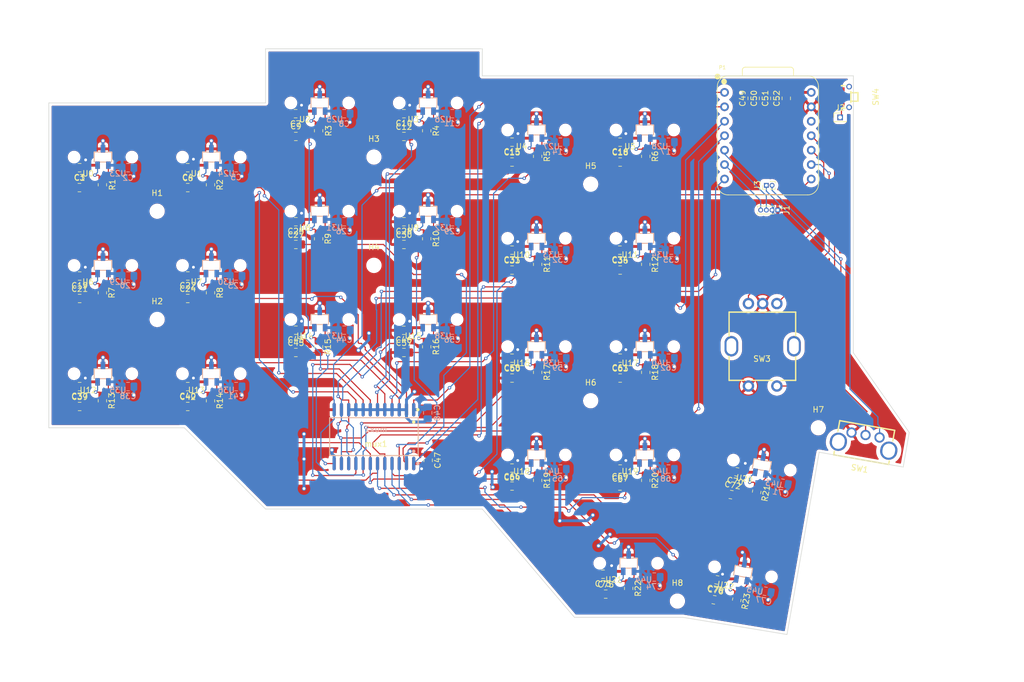
<source format=kicad_pcb>
(kicad_pcb (version 20241229) (generator "pcbnew") (generator_version "9.0")
  (layers (0 "F.Cu" signal) (2 "B.Cu" signal) (13 "F.Paste" user) (15 "B.Paste" user) (5 "F.SilkS" user "F.Silkscreen") (7 "B.SilkS" user "B.Silkscreen") (1 "F.Mask" user) (3 "B.Mask" user) (25 "Edge.Cuts" user))
  (net 0 "")
  (net 1 "GND")
  (net 2 "K0")
  (net 3 "K1")
  (net 4 "K2")
  (net 5 "K3")
  (net 6 "K4")
  (net 7 "K5")
  (net 8 "K6")
  (net 9 "K7")
  (net 10 "K8")
  (net 11 "K9")
  (net 12 "K10")
  (net 13 "K11")
  (net 14 "K12")
  (net 15 "K13")
  (net 16 "K14")
  (net 17 "K15")
  (net 18 "K16")
  (net 19 "K17")
  (net 20 "K18")
  (net 21 "K19")
  (net 22 "K20")
  (net 23 "K21")
  (net 24 "K22")
  (net 25 "SDA")
  (net 26 "encoderBtn1")
  (net 27 "MUX1")
  (net 28 "enco1A")
  (net 29 "S3")
  (net 30 "VBUS")
  (net 32 "S1")
  (net 33 "S2")
  (net 34 "SCL")
  (net 35 "S0")
  (net 36 "enco1B")
  (net 37 "MUX2")
  (net 38 "Net-(U1-VOUT)")
  (net 39 "Net-(U2-VOUT)")
  (net 40 "Net-(U10-VOUT)")
  (net 41 "Net-(U11-VOUT)")
  (net 42 "Net-(U12-VOUT)")
  (net 43 "Net-(U13-VOUT)")
  (net 44 "Net-(U14-VOUT)")
  (net 45 "Net-(U15-VOUT)")
  (net 46 "Net-(U16-VOUT)")
  (net 47 "Net-(U17-VOUT)")
  (net 48 "Net-(U18-VOUT)")
  (net 49 "Net-(U19-VOUT)")
  (net 50 "Net-(U20-VOUT)")
  (net 51 "Net-(U21-VOUT)")
  (net 52 "Net-(U22-VOUT)")
  (net 53 "Net-(U26-VOUT)")
  (net 54 "Net-(U27-VOUT)")
  (net 55 "Net-(U28-VOUT)")
  (net 56 "Net-(U29-VOUT)")
  (net 57 "Net-(U30-VOUT)")
  (net 58 "Net-(U31-VOUT)")
  (net 59 "Net-(U32-VOUT)")
  (net 60 "Net-(U0-VOUT)")
  (net 64 "Net-(J2-Pin_1)")
  (net 66 "Net-(J3-Pin_1)")
  (net 67 "Net-(J3-Pin_2)")
  (footprint "Resistor_SMD:R_0805_2012Metric_Pad1.20x1.40mm_HandSolder" (layer "F.Cu") (at 57 90.5 -90)
    (property "Reference" "R14")
    (property "Value" "10k")
  )
  (footprint "Resistor_SMD:R_0805_2012Metric_Pad1.20x1.40mm_HandSolder" (layer "F.Cu") (at 95 62 -90)
    (property "Reference" "R10")
    (property "Value" "10k")
  )
  (footprint "footprints:SOT-23-3_L2.9-W1.6-P1.90-LS2.8-BR" (layer "F.Cu") (at 57.15 66.675)
    (property "Reference" "U7")
    (property "Value" "HX6659ISO-B")
  )
  (footprint "Capacitor_SMD:C_0805_2012Metric_Pad1.18x1.45mm_HandSolder" (layer "F.Cu") (at 91 63)
    (property "Reference" "C30")
    (property "Value" "100nF")
  )
  (footprint "Resistor_SMD:R_0805_2012Metric_Pad1.20x1.40mm_HandSolder" (layer "F.Cu") (at 130.5 123.5 -90)
    (property "Reference" "R22")
    (property "Value" "10k")
  )
  (footprint "Capacitor_SMD:C_0805_2012Metric_Pad1.18x1.45mm_HandSolder" (layer "F.Cu") (at 53.01 68.54 180)
    (property "Reference" "C22")
    (property "Value" "100nF")
  )
  (footprint "Capacitor_SMD:C_0805_2012Metric_Pad1.18x1.45mm_HandSolder" (layer "F.Cu") (at 128.9625 105.5)
    (property "Reference" "C69")
    (property "Value" "100nF")
  )
  (footprint "Capacitor_SMD:C_0805_2012Metric_Pad1.18x1.45mm_HandSolder" (layer "F.Cu") (at 129 45 180)
    (property "Reference" "C16")
    (property "Value" "100nF")
  )
  (footprint "Capacitor_SMD:C_0805_2012Metric_Pad1.18x1.45mm_HandSolder" (layer "F.Cu") (at 34 88 180)
    (property "Reference" "C37")
    (property "Value" "100nF")
  )
  (footprint "Capacitor_SMD:C_0805_2012Metric_Pad1.18x1.45mm_HandSolder" (layer "F.Cu") (at 91 59 180)
    (property "Reference" "C28")
    (property "Value" "100nF")
  )
  (footprint "footprints:SOT-23-3_L2.9-W1.6-P1.90-LS2.8-BR" (layer "F.Cu") (at 150.6013 120.5718 -10)
    (property "Reference" "U22")
    (property "Value" "HX6659ISO-B")
  )
  (footprint "Resistor_SMD:R_0805_2012Metric_Pad1.20x1.40mm_HandSolder" (layer "F.Cu") (at 114.5 47.5 -90)
    (property "Reference" "R5")
    (property "Value" "10k")
  )
  (footprint "Resistor_SMD:R_0805_2012Metric_Pad1.20x1.40mm_HandSolder" (layer "F.Cu") (at 149.5 125.5 -100)
    (property "Reference" "R23")
    (property "Value" "10k")
  )
  (footprint "Capacitor_SMD:C_0805_2012Metric_Pad1.18x1.45mm_HandSolder" (layer "F.Cu") (at 149.5 103 170)
    (property "Reference" "C70")
    (property "Value" "100nF")
  )
  (footprint "Resistor_SMD:R_0805_2012Metric_Pad1.20x1.40mm_HandSolder" (layer "F.Cu") (at 153 106.5 -100)
    (property "Reference" "R21")
    (property "Value" "10k")
  )
  (footprint "footprints:SOT-23-3_L2.9-W1.6-P1.90-LS2.8-BR" (layer "F.Cu") (at 153.9093 101.8112 -10)
    (property "Reference" "U20")
    (property "Value" "HX6659ISO-B")
  )
  (footprint "Capacitor_SMD:C_0805_2012Metric_Pad1.18x1.45mm_HandSolder" (layer "F.Cu") (at 129 48.5)
    (property "Reference" "C18")
    (property "Value" "100nF")
  )
  (footprint "Capacitor_SMD:C_0805_2012Metric_Pad1.18x1.45mm_HandSolder" (layer "F.Cu") (at 53 53)
    (property "Reference" "C6")
    (property "Value" "100nF")
  )
  (footprint "Capacitor_SMD:C_0805_2012Metric_Pad1.18x1.45mm_HandSolder" (layer "F.Cu") (at 126.4625 124.5)
    (property "Reference" "C75")
    (property "Value" "100nF")
  )
  (footprint "Capacitor_SMD:C_0805_2012Metric_Pad1.18x1.45mm_HandSolder" (layer "F.Cu") (at 91 82)
    (property "Reference" "C57")
    (property "Value" "100nF")
  )
  (footprint "Capacitor_SMD:C_0805_2012Metric_Pad1.18x1.45mm_HandSolder" (layer "F.Cu") (at 154.2 37.3 90)
    (property "Reference" "C50")
    (property "Value" "100n")
  )
  (footprint "MountingHole:MountingHole_2.2mm_M2" (layer "F.Cu") (at 47.625 57.15)
    (property "Reference" "H1")
    (property "Value" "MountingHole")
  )
  (footprint "Resistor_SMD:R_0805_2012Metric_Pad1.20x1.40mm_HandSolder" (layer "F.Cu") (at 133.5 66.5 -90)
    (property "Reference" "R12")
    (property "Value" "10k")
  )
  (footprint "Capacitor_SMD:C_0805_2012Metric_Pad1.18x1.45mm_HandSolder" (layer "F.Cu") (at 110 105.5)
    (property "Reference" "C66")
    (property "Value" "100nF")
  )
  (footprint "footprints:SOT-23-3_L2.9-W1.6-P1.90-LS2.8-BR" (layer "F.Cu") (at 57.15 47.625)
    (property "Reference" "U1")
    (property "Value" "HX6659ISO-B")
  )
  (footprint "Capacitor_SMD:C_0805_2012Metric_Pad1.18x1.45mm_HandSolder" (layer "F.Cu") (at 72 63)
    (property "Reference" "C27")
    (property "Value" "100nF")
  )
  (footprint "Connector_PinHeader_1.00mm:PinHeader_1x02_P1.00mm_Vertical" (layer "F.Cu") (at 154.7 52.6 90)
    (property "Reference" "J3")
    (property "Value" "Conn_01x02_Socket")
  )
  (footprint "Resistor_SMD:R_0805_2012Metric_Pad1.20x1.40mm_HandSolder" (layer "F.Cu") (at 114.5 66.5 -90)
    (property "Reference" "R11")
    (property "Value" "10k")
  )
  (footprint "footprints:SOT-23-3_L2.9-W1.6-P1.90-LS2.8-BR" (layer "F.Cu") (at 130.4925 119.0625)
    (property "Reference" "U21")
    (property "Value" "HX6659ISO-B")
  )
  (footprint "Capacitor_SMD:C_0805_2012Metric_Pad1.18x1.45mm_HandSolder" (layer "F.Cu") (at 34 68.55 180)
    (property "Reference" "C19")
    (property "Value" "100nF")
  )
  (footprint "Resistor_SMD:R_0805_2012Metric_Pad1.20x1.40mm_HandSolder" (layer "F.Cu") (at 57 71.5 -90)
    (property "Reference" "R8")
    (property "Value" "10k")
  )
  (footprint "Resistor_SMD:R_0805_2012Metric_Pad1.20x1.40mm_HandSolder" (layer "F.Cu") (at 38 90.5 -90)
    (property "Reference" "R13")
    (property "Value" "10k")
  )
  (footprint "footprints:SOT-23-3_L2.9-W1.6-P1.90-LS2.8-BR" (layer "F.Cu") (at 95.25 38.1)
    (property "Reference" "U3")
    (property "Value" "HX6659ISO-B")
  )
  (footprint "Capacitor_SMD:C_0805_2012Metric_Pad1.18x1.45mm_HandSolder" (layer "F.Cu") (at 109.99 102.33 180)
    (property "Reference" "C64")
    (property "Value" "100nF")
  )
  (footprint "footprints:SOT-23-3_L2.9-W1.6-P1.90-LS2.8-BR" (layer "F.Cu") (at 114.3 80.9625)
    (property "Reference" "U16")
    (property "Value" "HX6659ISO-B")
  )
  (footprint "footprints:SW-TH_EC10EXXXXXXX" (layer "F.Cu") (at 171.9597 97.5009 170)
    (property "Reference" "SW1")
    (property "Value" "~")
  )
  (footprint "Resistor_SMD:R_0805_2012Metric_Pad1.20x1.40mm_HandSolder" (layer "F.Cu") (at 76 43 -90)
    (property "Reference" "R3")
    (property "Value" "10k")
  )
  (footprint "Capacitor_SMD:C_0805_2012Metric_Pad1.18x1.45mm_HandSolder" (layer "F.Cu") (at 126 121 180)
    (property "Reference" "C73")
    (property "Value" "100nF")
  )
  (footprint "footprints:SOT-23-3_L2.9-W1.6-P1.90-LS2.8-BR" (layer "F.Cu") (at 133.35 42.8625)
    (property "Reference" "U5")
    (property "Value" "HX6659ISO-B")
  )
  (footprint "Capacitor_SMD:C_0805_2012Metric_Pad1.18x1.45mm_HandSolder" (layer "F.Cu") (at 148.5 107 -10)
    (property "Reference" "C72")
    (property "Value" "100nF")
  )
  (footprint "Capacitor_SMD:C_0805_2012Metric_Pad1.18x1.45mm_HandSolder" (layer "F.Cu") (at 129 83 180)
    (property "Reference" "C61")
    (property "Value" "100nF")
  )
  (footprint "Capacitor_SMD:C_0805_2012Metric_Pad1.18x1.45mm_HandSolder" (layer "F.Cu") (at 90.97 78.1 180)
    (property "Reference" "C46")
    (property "Value" "100nF")
  )
  (footprint "footprints:SOT-23-3_L2.9-W1.6-P1.90-LS2.8-BR" (layer "F.Cu") (at 38.1 47.625)
    (property "Reference" "U0")
    (property "Value" "HX6659ISO-B")
  )
  (footprint "Capacitor_SMD:C_0805_2012Metric_Pad1.18x1.45mm_HandSolder" (layer "F.Cu") (at 91 44)
    (property "Reference" "C12")
    (property "Value" "100nF")
  )
  (footprint "footprints:SOT-23-3_L2.9-W1.6-P1.90-LS2.8-BR" (layer "F.Cu") (at 114.3 42.8625)
    (property "Reference" "U4")
    (property "Value" "HX6659ISO-B")
  )
  (footprint "Capacitor_SMD:C_0805_2012Metric_Pad1.18x1.45mm_HandSolder" (layer "F.Cu") (at 145.5 125.5 -10)
    (property "Reference" "C78")
    (property "Value" "100nF")
  )
  (footprint "Resistor_SMD:R_0805_2012Metric_Pad1.20x1.40mm_HandSolder" (layer "F.Cu") (at 57 52.5 -90)
    (property "Reference" "R2")
    (property "Value" "10k")
  )
  (footprint "Capacitor_SMD:C_0805_2012Metric_Pad1.18x1.45mm_HandSolder" (layer "F.Cu") (at 53 91.5)
    (property "Reference" "C42")
    (property "Value" "100nF")
  )
  (footprint "Connector_PinHeader_1.00mm:PinHeader_1x04_P1.00mm_Vertical" (layer "F.Cu") (at 156.7 56.95 -90)
    (property "Reference" "J1")
    (property "Value" "Display conector")
  )
  (footprint "footprints:XIAO-nRF52840-DIP-Bare" (layer "F.Cu") (at 154.97 43.87)
    (property "Reference" "P1")
    (property "Value" "Xiao nRF52840")
  )
  (footprint "Capacitor_SMD:C_0805_2012Metric_Pad1.18x1.45mm_HandSolder" (layer "F.Cu") (at 146 122 170)
    (property "Reference" "C76")
    (property "Value" "100nF")
  )
  (footprint "Capacitor_SMD:C_0805_2012Metric_Pad1.18x1.45mm_HandSolder" (layer "F.Cu") (at 71.9625 40 180)
    (property "Reference" "C7")
    (property "Value" "100nF")
  )
  (footprint "Resistor_SMD:R_0805_2012Metric_Pad1.20x1.40mm_HandSolder" (layer "F.Cu") (at 133.5 47.5 -90)
    (property "Reference" "R6")
    (property "Value" "10k")
  )
  (footprint "Capacitor_SMD:C_0805_2012Metric_Pad1.18x1.45mm_HandSolder" (layer "F.Cu") (at 34 49.5 180)
    (property "Reference" "C1")
    (property "Value" "100nF")
  )
  (footprint "footprints:SOT-23-3_L2.9-W1.6-P1.90-LS2.8-BR" (layer "F.Cu") (at 95.25 76.2)
    (property "Reference" "U15")
    (property "Value" "HX6659ISO-B")
  )
  (footprint "Capacitor_SMD:C_0805_2012Metric_Pad1.18x1.45mm_HandSolder" (layer "F.Cu") (at 156.19 37.3 90)
    (property "Reference" "C51")
    (property "Value" "100n")
  )
  (footprint "Capacitor_SMD:C_0805_2012Metric_Pad1.18x1.45mm_HandSolder" (layer "F.Cu") (at 129 102.5 180)
    (property "Reference" "C67")
    (property "Value" "100nF")
  )
  (footprint "footprints:SOT-23-3_L2.9-W1.6-P1.90-LS2.8-BR" (layer "F.Cu") (at 38.1 66.675)
    (property "Reference" "U6")
    (property "Value" "HX6659ISO-B")
  )
  (footprint "MountingHole:MountingHole_2.2mm_M2" (layer "F.Cu") (at 163.83 95.25)
    (property "Reference" "H7")
    (property "Value" "MountingHole")
  )
  (footprint "footprints:SOT-23-3_L2.9-W1.6-P1.90-LS2.8-BR" (layer "F.Cu") (at 133.35 100.0125)
    (property "Reference" "U19")
    (property "Value" "HX6659ISO-B")
  )
  (footprint "Resistor_SMD:R_0805_2012Metric_Pad1.20x1.40mm_HandSolder" (layer "F.Cu") (at 76 62 -90)
    (property "Reference" "R9")
    (property "Value" "10k")
  )
  (footprint "Capacitor_SMD:C_0805_2012Metric_Pad1.18x1.45mm_HandSolder" (layer "F.Cu") (at 72 44)
    (property "Reference" "C9")
    (property "Value" "100nF")
  )
  (footprint "footprints:SOT-23-3_L2.9-W1.6-P1.90-LS2.8-BR" (layer "F.Cu") (at 76.2 76.2)
    (property "Reference" "U14")
    (property "Value" "HX6659ISO-B")
  )
  (footprint "Capacitor_SMD:C_0805_2012Metric_Pad1.18x1.45mm_HandSolder" (layer "F.Cu") (at 72 59 180)
    (property "Reference" "C25")
    (property "Value" "100nF")
  )
  (footprint "MountingHole:MountingHole_2.2mm_M2" (layer "F.Cu") (at 85.725 66.675)
    (property "Reference" "H4")
    (property "Value" "MountingHole")
  )
  (footprint "Resistor_SMD:R_0805_2012Metric_Pad1.20x1.40mm_HandSolder" (layer "F.Cu") (at 76 81 -90)
    (property "Reference" "R15")
    (property "Value" "10k")
  )
  (footprint "Resistor_SMD:R_0805_2012Metric_Pad1.20x1.40mm_HandSolder" (layer "F.Cu") (at 95 43 -90)
    (property "Reference" "R4")
    (property "Value" "10k")
  )
  (footprint "MountingHole:MountingHole_2.2mm_M2" (layer "F.Cu") (at 123.825 90.4875)
    (property "Reference" "H6")
    (property "Value" "MountingHole")
  )
  (footprint "Resistor_SMD:R_0805_2012Metric_Pad1.20x1.40mm_HandSolder" (layer "F.Cu") (at 38 71.5 -90)
    (property "Reference" "R7")
    (property "Value" "10k")
  )
  (footprint "Capacitor_SMD:C_0805_2012Metric_Pad1.18x1.45mm_HandSolder" (layer "F.Cu") (at 110 48.5)
    (property "Reference" "C15")
    (property "Value" "100nF")
  )
  (footprint "Capacitor_SMD:C_0805_2012Metric_Pad1.18x1.45mm_HandSolder" (layer "F.Cu") (at 129 67.5)
    (property "Reference" "C36")
    (property "Value" "100nF")
  )
  (footprint "Capacitor_SMD:C_0805_2012Metric_Pad1.18x1.45mm_HandSolder" (layer "F.Cu") (at 110 86.5)
    (property "Reference" "C60")
    (property "Value" "100nF")
  )
  (footprint "footprints:SOT-23-3_L2.9-W1.6-P1.90-LS2.8-BR" (layer "F.Cu") (at 76.2 57.15)
    (property "Reference" "U8")
    (property "Value" "HX6659ISO-B")
  )
  (footprint "MountingHole:MountingHole_2.2mm_M2" (layer "F.Cu") (at 139.065 125.73)
    (property "Reference" "H8")
    (property "Value" "MountingHole")
  )
  (footprint "footprints:SOT-23-3_L2.9-W1.6-P1.90-LS2.8-BR" (layer "F.Cu") (at 76.2 38.1)
    (property "Reference" "U2")
    (property "Value" "HX6659ISO-B")
  )
  (footprint "Capacitor_SMD:C_0805_2012Metric_Pad1.18x1.45mm_HandSolder" (layer "F.Cu") (at 72 82)
    (property "Reference" "C45")
    (property "Value" "100nF")
  )
  (footprint "Capacitor_SMD:C_0805_2012Metric_Pad1.18x1.45mm_HandSolder" (layer "F.Cu") (at 53 49.5 180)
    (property "Reference" "C4")
    (property "Value" "100nF")
  )
  (footprint "footprints:SW-SMD_TCEPQR" (layer "F.Cu") (at 168.84 37.055 -90)
    (property "Reference" "SW4")
    (property "Value" "~")
  )
  (footprint "Resistor_SMD:R_0805_2012Metric_Pad1.20x1.40mm_HandSolder" (layer "F.Cu") (at 114.5 104.5 -90)
    (property "Reference" "R19")
    (property "Value" "10k")
  )
  (footprint "footprints:SOT-23-3_L2.9-W1.6-P1.90-LS2.8-BR" (layer "F.Cu") (at 38.1 85.725)
    (property "Reference" "U12")
    (property "Value" "HX6659ISO-B")
  )
  (footprint "footprints:SOIC-24_L15.4-W7.5-P1.27-LS10.3-BL" (layer "F.Cu") (at 85.725 96.8 180)
    (property "Reference" "mux1")
    (property "Value" "CD74HC4067M96")
  )
  (footprint "footprints:SOT-23-3_L2.9-W1.6-P1.90-LS2.8-BR" (layer "F.Cu") (at 114.3 100.0125)
    (property "Reference" "U18")
    (property "Value" "HX6659ISO-B")
  )
  (footprint "Capacitor_SMD:C_0805_2012Metric_Pad1.18x1.45mm_HandSolder" (layer "F.Cu") (at 91 40 180)
    (property "Reference" "C10")
    (property "Value" "100nF")
  )
  (footprint "MountingHole:MountingHole_2.2mm_M2" (layer "F.Cu") (at 85.725 47.625)
    (property "Reference" "H3")
    (property "Value" "MountingHole")
  )
  (footprint "Capacitor_SMD:C_0805_2012Metric_Pad1.18x1.45mm_HandSolder" (layer "F.Cu") (at 158.2 37.3 90)
    (property "Reference" "C52")
    (property "Value" "100n")
  )
  (footprint "Connector_PinHeader_1.27mm:PinHeader_1x01_P1.27mm_Vertical" (layer "F.Cu") (at 167.67 40.645)
    (property "Reference" "J2")
    (property "Value" "Conn_01x01_Socket")
  )
  (footprint "Capacitor_SMD:C_0805_2012Metric_Pad1.18x1.45mm_HandSolder" (layer "F.Cu") (at 152.2 37.3 90)
    (property "Reference" "C49")
    (property "Value" "100n")
  )
  (footprint "Capacitor_SMD:C_0805_2012Metric_Pad1.18x1.45mm_HandSolder" (layer "F.Cu") (at 53 88 180)
    (property "Reference" "C40")
    (property "Value" "100nF")
  )
  (footprint "footprints:SW-TH_EC11NXXXX" (layer "F.Cu") (at 153.95 80.9 180)
    (property "Reference" "SW3")
    (property "Value" "EC11N1520401")
  )
  (footprint "Resistor_SMD:R_0805_2012Metric_Pad1.20x1.40mm_HandSolder" (layer "F.Cu") (at 38 52.5 -90)
    (property "Reference" "R1")
    (property "Value" "10k")
  )
  (footprint "footprints:SOT-23-3_L2.9-W1.6-P1.90-LS2.8-BR" (layer "F.Cu") (at 114.3 61.9125)
    (property "Reference" "U10")
    (property "Value" "HX6659ISO-B")
  )
  (footprint "Resistor_SMD:R_0805_2012Metric_Pad1.20x1.40mm_HandSolder" (layer "F.Cu") (at 95 81 -90)
    (property "Reference" "R16")
    (property "Value" "10k")
  )
  (footprint "footprints:SOT-23-3_L2.9-W1.6-P1.90-LS2.8-BR" (layer "F.Cu") (at 57.15 85.725)
    (property "Reference" "U13")
    (property "Value" "HX6659ISO-B")
  )
  (footprint "MountingHole:MountingHole_2.2mm_M2" (layer "F.Cu") (at 47.625 76.2)
    (property "Reference" "H2")
    (property "Value" "MountingHole")
  )
  (footprint "Capacitor_SMD:C_0805_2012Metric_Pad1.18x1.45mm_HandSolder" (layer "F.Cu") (at 33.9625 53)
    (property "Reference" "C3")
    (property "Value" "100nF")
  )
  (footprint "Resistor_SMD:R_0805_2012Metric_Pad1.20x1.40mm_HandSolder" (layer "F.Cu") (at 133.5 104.5 -90)
    (property "Reference" "R20")
    (property "Value" "10k")
  )
  (footprint "Resistor_SMD:R_0805_2012Metric_Pad1.20x1.40mm_HandSolder" (layer "F.Cu") (at 114.5 85.5 -90)
    (property "Reference" "R17")
    (property "Value" "10k")
  )
  (footprint "Capacitor_SMD:C_0805_2012Metric_Pad1.18x1.45mm_HandSolder" (layer "F.Cu") (at 95.25 100.965 -90)
    (property "Reference" "C47")
    (property "Value" "100n")
  )
  (footprint "footprints:SOT-23-3_L2.9-W1.6-P1.90-LS2.8-BR" (layer "F.Cu") (at 95.25 57.15)
    (property "Reference" "U9")
    (property "Value" "HX6659ISO-B")
  )
  (footprint "Capacitor_SMD:C_0805_2012Metric_Pad1.18x1.45mm_HandSolder" (layer "F.Cu") (at 110 45 180)
    (property "Reference" "C13")
    (property "Value" "100nF")
  )
  (footprint "Capacitor_SMD:C_0805_2012Metric_Pad1.18x1.45mm_HandSolder" (layer "F.Cu") (at 72 78.08 180)
    (property "Reference" "C43")
    (property "Value" "100nF")
  )
  (footprint "MountingHole:MountingHole_2.2mm_M2" (layer "F.Cu") (at 123.825 52.3875)
    (property "Reference" "H5")
    (property "Value" "MountingHole")
  )
  (footprint "Resistor_SMD:R_0805_2012Metric_Pad1.20x1.40mm_HandSolder" (layer "F.Cu") (at 133.5 85.5 -90)
    (property "Reference" "R18")
    (property "Value" "10k")
  )
  (footprint "Capacitor_SMD:C_0805_2012Metric_Pad1.18x1.45mm_HandSolder" (layer "F.Cu") (at 128.9625 64 180)
    (property "Reference" "C34")
    (property "Value" "100nF")
  )
  (footprint "Capacitor_SMD:C_0805_2012Metric_Pad1.18x1.45mm_HandSolder" (layer "F.Cu") (at 34 91.5)
    (property "Reference" "C39")
    (property "Value" "100nF")
  )
  (footprint "Capacitor_SMD:C_0805_2012Metric_Pad1.18x1.45mm_HandSolder" (layer "F.Cu") (at 110 64 180)
    (property "Reference" "C31")
    (property "Value" "100nF")
  )
  (footprint "Capacitor_SMD:C_0805_2012Metric_Pad1.18x1.45mm_HandSolder" (layer "F.Cu") (at 53 72.5)
    (property "Reference" "C24")
    (property "Value" "100nF")
  )
  (footprint "footprints:SOT-23-3_L2.9-W1.6-P1.90-LS2.8-BR" (layer "F.Cu") (at 133.35 61.9125)
    (property "Reference" "U11")
    (property "Value" "HX6659ISO-B")
  )
  (footprint "Capacitor_SMD:C_0805_2012Metric_Pad1.18x1.45mm_HandSolder" (layer "F.Cu") (at 110 83 180)
    (property "Reference" "C58")
    (property "Value" "100nF")
  )
  (footprint "Capacitor_SMD:C_0805_2012Metric_Pad1.18x1.45mm_HandSolder" (layer "F.Cu") (at 129 86.5)
    (property "Reference" "C63")
    (property "Value" "100nF")
  )
  (footprint "Capacitor_SMD:C_0805_2012Metric_Pad1.18x1.45mm_HandSolder" (layer "F.Cu") (at 34 72.5)
    (property "Reference" "C21")
    (property "Value" "100nF")
  )
  (footprint "Capacitor_SMD:C_0805_2012Metric_Pad1.18x1.45mm_HandSolder" (layer "F.Cu") (at 110 67.5)
    (property "Reference" "C33")
    (property "Value" "100nF")
  )
  (footprint "footprints:SOT-23-3_L2.9-W1.6-P1.90-LS2.8-BR" (layer "F.Cu") (at 133.35 80.9625)
    (property "Reference" "U17")
    (property "Value" "HX6659ISO-B")
  )
  (footprint "Capacitor_SMD:C_0805_2012Metric_Pad1.18x1.45mm_HandSolder" (layer "B.Cu") (at 42.5 88)
    (property "Reference" "C38")
    (property "Value" "100nF")
  )
  (footprint "Capacitor_SMD:C_0805_2012Metric_Pad1.18x1.45mm_HandSolder" (layer "B.Cu") (at 137.5 102.5)
    (property "Reference" "C68")
    (property "Value" "100nF")
  )
  (footprint "Capacitor_SMD:C_0805_2012Metric_Pad1.18x1.45mm_HandSolder" (layer "B.Cu") (at 99.5 59)
    (property "Reference" "C29")
    (property "Value" "100nF")
  )
  (footprint "Capacitor_SMD:C_0805_2012Metric_Pad1.18x1.45mm_HandSolder" (layer "B.Cu") (at 118.5 64)
    (property "Reference" "C32")
    (property "Value" "100nF")
  )
  (footprint "Capacitor_SMD:C_0805_2012Metric_Pad1.18x1.45mm_HandSolder" (layer "B.Cu") (at 138 64)
    (property "Reference" "C35")
    (property "Value" "100nF")
  )
  (footprint "Capacitor_SMD:C_0805_2012Metric_Pad1.18x1.45mm_HandSolder" (layer "B.Cu") (at 99.5 40)
    (property "Reference" "C11")
    (property "Value" "100nF")
  )
  (footprint "footprints:SOT-23-3_L2.9-W1.6-P1.90-LS2.8-BR" (layer "B.Cu") (at 114.3 42.8625 180)
    (property "Reference" "U27")
    (property "Value" "HX6659ISO-B")
  )
  (footprint "footprints:SOT-23-3_L2.9-W1.6-P1.90-LS2.8-BR" (layer "B.Cu") (at 133.35 80.9625 180)
    (property "Reference" "U40")
    (property "Value" "HX6659ISO-B")
  )
  (footprint "Capacitor_SMD:C_0805_2012Metric_Pad1.18x1.45mm_HandSolder" (layer "B.Cu") (at 42.5 49.5)
    (property "Reference" "C2")
    (property "Value" "100nF")
  )
  (footprint "footprints:SOT-23-3_L2.9-W1.6-P1.90-LS2.8-BR" (layer "B.Cu") (at 150.6013 120.5718 170)
    (property "Reference" "U45")
    (property "Value" "HX6659ISO-B")
  )
  (footprint "footprints:SOT-23-3_L2.9-W1.6-P1.90-LS2.8-BR" (layer "B.Cu") (at 76.2 76.2 180)
    (property "Reference" "U37")
    (property "Value" "HX6659ISO-B")
  )
  (footprint "footprints:SOT-23-3_L2.9-W1.6-P1.90-LS2.8-BR" (layer "B.Cu") (at 133.35 61.9125 180)
    (property "Reference" "U34")
    (property "Value" "HX6659ISO-B")
  )
  (footprint "Capacitor_SMD:C_0805_2012Metric_Pad1.18x1.45mm_HandSolder" (layer "B.Cu") (at 154.5 124 -10)
    (property "Reference" "C77")
    (property "Value" "100nF")
  )
  (footprint "footprints:SOT-23-3_L2.9-W1.6-P1.90-LS2.8-BR" (layer "B.Cu") (at 57.15 85.725 180)
    (property "Reference" "U36")
    (property "Value" "HX6659ISO-B")
  )
  (footprint "Capacitor_SMD:C_0805_2012Metric_Pad1.18x1.45mm_HandSolder" (layer "B.Cu") (at 61.5 88)
    (property "Reference" "C41")
    (property "Value" "100nF")
  )
  (footprint "footprints:SOT-23-3_L2.9-W1.6-P1.90-LS2.8-BR" (layer "B.Cu") (at 76.2 57.15 180)
    (property "Reference" "U31")
    (property "Value" "HX6659ISO-B")
  )
  (footprint "footprints:SOT-23-3_L2.9-W1.6-P1.90-LS2.8-BR" (layer "B.Cu") (at 130.4925 119.0625 180)
    (property "Reference" "U44")
    (property "Value" "HX6659ISO-B")
  )
  (footprint "Capacitor_SMD:C_0805_2012Metric_Pad1.18x1.45mm_HandSolder" (layer "B.Cu") (at 157.5 105 -10)
    (property "Reference" "C71")
    (property "Value" "100nF")
  )
  (footprint "Capacitor_SMD:C_0805_2012Metric_Pad1.18x1.45mm_HandSolder" (layer "B.Cu") (at 61.5 49.5)
    (property "Reference" "C5")
    (property "Value" "100nF")
  )
  (footprint "footprints:SOT-23-3_L2.9-W1.6-P1.90-LS2.8-BR" (layer "B.Cu") (at 38.1 47.625 180)
    (property "Reference" "U23")
    (property "Value" "HX6659ISO-B")
  )
  (footprint "Capacitor_SMD:C_0805_2012Metric_Pad1.18x1.45mm_HandSolder" (layer "B.Cu") (at 80.5 78.07)
    (property "Reference" "C44")
    (property "Value" "100nF")
  )
  (footprint "footprints:SOT-23-3_L2.9-W1.6-P1.90-LS2.8-BR" (layer "B.Cu") (at 95.25 57.15 180)
    (property "Reference" "U32")
    (property "Value" "HX6659ISO-B")
  )
  (footprint "Capacitor_SMD:C_0805_2012Metric_Pad1.18x1.45mm_HandSolder" (layer "B.Cu") (at 135 121.5)
    (property "Reference" "C74")
    (property "Value" "100nF")
  )
  (footprint "Capacitor_SMD:C_0805_2012Metric_Pad1.18x1.45mm_HandSolder" (layer "B.Cu") (at 118.5 102.5)
    (property "Reference" "C65")
    (property "Value" "100nF")
  )
  (footprint "footprints:SOT-23-3_L2.9-W1.6-P1.90-LS2.8-BR" (layer "B.Cu") (at 95.25 76.2 180)
    (property "Reference" "U38")
    (property "Value" "HX6659ISO-B")
  )
  (footprint "Capacitor_SMD:C_0805_2012Metric_Pad1.18x1.45mm_HandSolder" (layer "B.Cu") (at 95.175 92.6125 90)
    (property "Reference" "C48")
    (property "Value" "100n")
  )
  (footprint "footprints:SOT-23-3_L2.9-W1.6-P1.90-LS2.8-BR" (layer "B.Cu") (at 133.35 100.0125 180)
    (property "Reference" "U42")
    (property "Value" "HX6659ISO-B")
  )
  (footprint "Capacitor_SMD:C_0805_2012Metric_Pad1.18x1.45mm_HandSolder" (layer "B.Cu") (at 80.5 40)
    (property "Reference" "C8")
    (property "Value" "100nF")
  )
  (footprint "Capacitor_SMD:C_0805_2012Metric_Pad1.18x1.45mm_HandSolder" (layer "B.Cu") (at 99.5 78.07)
    (property "Reference" "C56")
    (property "Value" "100nF")
  )
  (footprint "Capacitor_SMD:C_0805_2012Metric_Pad1.18x1.45mm_HandSolder" (layer "B.Cu") (at 80.5 59)
    (property "Reference" "C26")
    (property "Value" "100nF")
  )
  (footprint "Capacitor_SMD:C_0805_2012Metric_Pad1.18x1.45mm_HandSolder" (layer "B.Cu") (at 118.5 83)
    (property "Reference" "C59")
    (property "Value" "100nF")
  )
  (footprint "footprints:SOT-23-3_L2.9-W1.6-P1.90-LS2.8-BR" (layer "B.Cu") (at 57.15 47.625 180)
    (property "Reference" "U24")
    (property "Value" "HX6659ISO-B")
  )
  (footprint "Capacitor_SMD:C_0805_2012Metric_Pad1.18x1.45mm_HandSolder" (layer "B.Cu") (at 137.5 83)
    (property "Reference" "C62")
    (property "Value" "100nF")
  )
  (footprint "footprints:SOIC-24_L15.4-W7.5-P1.27-LS10.3-BL" (layer "B.Cu") (at 85.725 96.8 180)
    (property "Reference" "mux2")
    (property "Value" "CD74HC4067M96")
  )
  (footprint "Capacitor_SMD:C_0805_2012Metric_Pad1.18x1.45mm_HandSolder" (layer "B.Cu") (at 118.5 45)
    (property "Reference" "C14")
    (property "Value" "100nF")
  )
  (footprint "footprints:SOT-23-3_L2.9-W1.6-P1.90-LS2.8-BR" (layer "B.Cu") (at 95.25 38.1 180)
    (property "Reference" "U26")
    (property "Value" "HX6659ISO-B")
  )
  (footprint "footprints:SOT-23-3_L2.9-W1.6-P1.90-LS2.8-BR" (layer "B.Cu") (at 38.1 85.725 180)
    (property "Reference" "U35")
    (property "Value" "HX6659ISO-B")
  )
  (footprint "Capacitor_SMD:C_0805_2012Metric_Pad1.18x1.45mm_HandSolder" (layer "B.Cu") (at 42.5 68.54)
    (property "Reference" "C20")
    (property "Value" "100nF")
  )
  (footprint "footprints:SOT-23-3_L2.9-W1.6-P1.90-LS2.8-BR" (layer "B.Cu") (at 114.3 61.9125 180)
    (property "Reference" "U33")
    (property "Value" "HX6659ISO-B")
  )
  (footprint "footprints:SOT-23-3_L2.9-W1.6-P1.90-LS2.8-BR" (layer "B.Cu") (at 133.35 42.8625 180)
    (property "Reference" "U28")
    (property "Value" "HX6659ISO-B")
  )
  (footprint "Capacitor_SMD:C_0805_2012Metric_Pad1.18x1.45mm_HandSolder" (layer "B.Cu") (at 61.5 68.55)
    (property "Reference" "C23")
    (property "Value" "100nF")
  )
  (footprint "footprints:SOT-23-3_L2.9-W1.6-P1.90-LS2.8-BR" (layer "B.Cu") (at 76.2 38.1 180)
    (property "Reference" "U25")
    (property "Value" "HX6659ISO-B")
  )
  (footprint "footprints:SOT-23-3_L2.9-W1.6-P1.90-LS2.8-BR" (layer "B.Cu") (at 38.1 66.675 180)
    (property "Reference" "U29")
    (property "Value" "HX6659ISO-B")
  )
  (footprint "Capacitor_SMD:C_0805_2012Metric_Pad1.18x1.45mm_HandSolder" (layer "B.Cu") (at 137.5 45)
    (property "Reference" "C17")
    (property "Value" "100nF")
  )
  (footprint "footprints:SOT-23-3_L2.9-W1.6-P1.90-LS2.8-BR" (layer "B.Cu") (at 114.3 80.9625 180)
    (property "Reference" "U39")
    (property "Value" "HX6659ISO-B")
  )
  (footprint "footprints:SOT-23-3_L2.9-W1.6-P1.90-LS2.8-BR" (layer "B.Cu") (at 153.9093 101.8112 170)
    (property "Reference" "U43")
    (property "Value" "HX6659ISO-B")
  )
  (footprint "footprints:SOT-23-3_L2.9-W1.6-P1.90-LS2.8-BR" (layer "B.Cu") (at 57.15 66.675 180)
    (property "Reference" "U30")
    (property "Value" "HX6659ISO-B")
  )
  (footprint "footprints:SOT-23-3_L2.9-W1.6-P1.90-LS2.8-BR" (layer "B.Cu") (at 114.3 100.0125 180)
    (property "Reference" "U41")
    (property "Value" "HX6659ISO-B")
  )
  (gr_line (start 158.3275 131.605) (end 163.9825 99.5475) (stroke (width 0.1)) (layer "Edge.Cuts"))
  (gr_line (start 142.875 33.3375) (end 170 33.3375) (stroke (width 0.1)) (layer "Edge.Cuts"))
  (gr_line (start 28.575 38.1) (end 28.575 95.25) (stroke (width 0.1)) (layer "Edge.Cuts"))
  (gr_line (start 66.675 38.1) (end 66.675 28.575) (stroke (width 0.1)) (layer "Edge.Cuts"))
  (gr_line (start 179.815 96.0725) (end 169.9925 82.05) (stroke (width 0.1)) (layer "Edge.Cuts"))
  (gr_line (start 170 33.3375) (end 169.9925 82.05) (stroke (width 0.1)) (layer "Edge.Cuts"))
  (gr_line (start 104.775 28.575) (end 104.775 33.3375) (stroke (width 0.1)) (layer "Edge.Cuts"))
  (gr_line (start 120.9675 128.5875) (end 104.775 109.5375) (stroke (width 0.1)) (layer "Edge.Cuts"))
  (gr_line (start 104.775 109.5375) (end 66.6775 109.537) (stroke (width 0.1)) (layer "Edge.Cuts"))
  (gr_line (start 66.675 28.575) (end 104.775 28.575) (stroke (width 0.1)) (layer "Edge.Cuts"))
  (gr_line (start 28.575 38.1) (end 66.675 38.1) (stroke (width 0.1)) (layer "Edge.Cuts"))
  (gr_line (start 120.9675 128.5875) (end 140.0175 128.5875) (stroke (width 0.1)) (layer "Edge.Cuts"))
  (gr_line (start 52.4 95.25) (end 28.575 95.25) (stroke (width 0.1)) (layer "Edge.Cuts"))
  (gr_line (start 104.775 33.3375) (end 142.875 33.3375) (stroke (width 0.1)) (layer "Edge.Cuts"))
  (gr_line (start 140.0175 128.5875) (end 158.3275 131.605) (stroke (width 0.1)) (layer "Edge.Cuts"))
  (gr_line (start 163.98 99.5475) (end 178.755 102.15) (stroke (width 0.1)) (layer "Edge.Cuts"))
  (gr_line (start 66.6775 109.537) (end 52.4 95.25) (stroke (width 0.1)) (layer "Edge.Cuts"))
  (gr_line (start 178.755 102.15) (end 179.815 96.0725) (stroke (width 0.1)) (layer "Edge.Cuts"))
  (via (at 84.8323 78.6) (size 0.8) (drill 0.5) (layers "F.Cu" "B.Cu") (net 1))
  (via (at 138.5 104) (size 0.8) (drill 0.5) (layers "F.Cu" "B.Cu") (net 1))
  (via (at 78.34 99.15) (size 0.8) (drill 0.5) (layers "F.Cu" "B.Cu") (net 1))
  (via (at 100.5 79.5) (size 0.8) (drill 0.5) (layers "F.Cu" "B.Cu") (net 1))
  (via (at 76.2 54.2925) (size 0.8) (drill 0.5) (layers "F.Cu" "B.Cu") (net 1))
  (via (at 119.5 104) (size 0.8) (drill 0.5) (layers "F.Cu" "B.Cu") (net 1))
  (via (at 133.35 97.155) (size 0.8) (drill 0.5) (layers "F.Cu" "B.Cu") (net 1))
  (via (at 114.3 97.155) (size 0.8) (drill 0.5) (layers "F.Cu" "B.Cu") (net 1))
  (via (at 62.5 51) (size 0.8) (drill 0.5) (layers "F.Cu" "B.Cu") (net 1))
  (via (at 106.64 105.69) (size 0.8) (drill 0.5) (layers "F.Cu" "B.Cu") (net 1))
  (via (at 73.43 96.34) (size 0.8) (drill 0.5) (layers "F.Cu" "B.Cu") (net 1))
  (via (at 57.15 82.8675) (size 0.8) (drill 0.5) (layers "F.Cu" "B.Cu") (net 1))
  (via (at 158 106.5) (size 0.8) (drill 0.5) (layers "F.Cu" "B.Cu") (net 1))
  (via (at 76.2 73.3425) (size 0.8) (drill 0.5) (layers "F.Cu" "B.Cu") (net 1))
  (via (at 62.5 89.5) (size 0.8) (drill 0.5) (layers "F.Cu" "B.Cu") (net 1))
  (via (at 133.35 40.005) (size 0.8) (drill 0.5) (layers "F.Cu" "B.Cu") (net 1))
  (via (at 119.5 46.5) (size 0.8) (drill 0.5) (layers "F.Cu" "B.Cu") (net 1))
  (via (at 139 65.5) (size 0.8) (drill 0.5) (layers "F.Cu" "B.Cu") (net 1))
  (via (at 38.1 82.8675) (size 0.8) (drill 0.5) (layers "F.Cu" "B.Cu") (net 1))
  (via (at 73.43 100.74) (size 0.8) (drill 0.5) (layers "F.Cu" "B.Cu") (net 1))
  (via (at 125.2 116) (size 0.8) (drill 0.5) (layers "F.Cu" "B.Cu") (net 1))
  (via (at 81.5 60.5) (size 0.8) (drill 0.5) (layers "F.Cu" "B.Cu") (net 1))
  (via (at 62.5 70) (size 0.8) (drill 0.5) (layers "F.Cu" "B.Cu") (net 1))
  (via (at 114.3 59.055) (size 0.8) (drill 0.5) (layers "F.Cu" "B.Cu") (net 1))
  (via (at 155 125.5) (size 0.8) (drill 0.5) (layers "F.Cu" "B.Cu") (net 1))
  (via (at 43.5 51) (size 0.8) (drill 0.5) (layers "F.Cu" "B.Cu") (net 1))
  (via (at 73.43 105.94) (size 0.8) (drill 0.5) (layers "F.Cu" "B.Cu") (net 1))
  (via (at 138.5 84.5) (size 0.8) (drill 0.5) (layers "F.Cu" "B.Cu") (net 1))
  (via (at 81.5 79.5) (size 0.8) (drill 0.5) (layers "F.Cu" "B.Cu") (net 1))
  (via (at 57.15 44.7675) (size 0.8) (drill 0.5) (layers "F.Cu" "B.Cu") (net 1))
  (via (at 106.49 102.97) (size 0.8) (drill 0.5) (layers "F.Cu" "B.Cu") (net 1))
  (via (at 92.84 88.9) (size 0.8) (drill 0.5) (layers "F.Cu" "B.Cu") (net 1))
  (via (at 127.2 114) (size 0.8) (drill 0.5) (layers "F.Cu" "B.Cu") (net 1))
  (via (at 100.5 60.5) (size 0.8) (drill 0.5) (layers "F.Cu" "B.Cu") (net 1))
  (via (at 119.5 84.5) (size 0.8) (drill 0.5) (layers "F.Cu" "B.Cu") (net 1))
  (via (at 95.25 35.2425) (size 0.8) (drill 0.5) (layers "F.Cu" "B.Cu") (net 1))
  (via (at 133.35 78.105) (size 0.8) (drill 0.5) (layers "F.Cu" "B.Cu") (net 1))
  (via (at 43.5 70) (size 0.8) (drill 0.5) (layers "F.Cu" "B.Cu") (net 1))
  (via (at 83 81.6) (size 0.8) (drill 0.5) (layers "F.Cu" "B.Cu") (net 1))
  (via (at 57.15 63.8175) (size 0.8) (drill 0.5) (layers "F.Cu" "B.Cu") (net 1))
  (via (at 138.5 46.5) (size 0.8) (drill 0.5) (layers "F.Cu" "B.Cu") (net 1))
  (via (at 92.0787 99.3985) (size 0.8) (drill 0.5) (layers "F.Cu" "B.Cu") (net 1))
  (via (at 150.495 117.158) (size 0.8) (drill 0.5) (layers "F.Cu" "B.Cu") (net 1))
  (via (at 43.5 89.5) (size 0.8) (drill 0.5) (layers "F.Cu" "B.Cu") (net 1))
  (via (at 133.35 59.055) (size 0.8) (drill 0.5) (layers "F.Cu" "B.Cu") (net 1))
  (via (at 100.5 41.5) (size 0.8) (drill 0.5) (layers "F.Cu" "B.Cu") (net 1))
  (via (at 119.5 65.5) (size 0.8) (drill 0.5) (layers "F.Cu" "B.Cu") (net 1))
  (via (at 76.2 35.2425) (size 0.8) (drill 0.5) (layers "F.Cu" "B.Cu") (net 1))
  (via (at 114.3 40.005) (size 0.8) (drill 0.5) (layers "F.Cu" "B.Cu") (net 1))
  (via (at 114.3 78.105) (size 0.8) (drill 0.5) (layers "F.Cu" "B.Cu") (net 1))
  (via (at 81.5 41.5) (size 0.8) (drill 0.5) (layers "F.Cu" "B.Cu") (net 1))
  (via (at 38.1 63.8175) (size 0.8) (drill 0.5) (layers "F.Cu" "B.Cu") (net 1))
  (via (at 95.25 54.2925) (size 0.8) (drill 0.5) (layers "F.Cu" "B.Cu") (net 1))
  (via (at 95.25 73.3425) (size 0.8) (drill 0.5) (layers "F.Cu" "B.Cu") (net 1))
  (via (at 136 123) (size 0.8) (drill 0.5) (layers "F.Cu" "B.Cu") (net 1))
  (via (at 38.1 44.7675) (size 0.8) (drill 0.5) (layers "F.Cu" "B.Cu") (net 1))
  (via (at 154.305 99.06) (size 0.8) (drill 0.5) (layers "F.Cu" "B.Cu") (net 1))
  (via (at 130.492 116.205) (size 0.8) (drill 0.5) (layers "F.Cu" "B.Cu") (net 1))
  (via (at 124.2 110.6) (size 0.8) (drill 0.5) (layers "F.Cu" "B.Cu") (net 1))
  (via (at 118.4 111.6) (size 0.8) (drill 0.5) (layers "F.Cu" "B.Cu") (net 1))
  (segment (start 100.538 40.7312) (end 100.538 41.4625) (width 0.5) (layer "B.Cu") (net 1))
  (segment (start 86.355 92.06) (end 87.635 92.06) (width 0.5) (layer "B.Cu") (net 1))
  (segment (start 114.3 98.5725) (end 114.3 97.155) (width 0.5) (layer "B.Cu") (net 1))
  (segment (start 81.285 92.06) (end 82.555 92.06) (width 0.5) (layer "B.Cu") (net 1))
  (segment (start 154.159 99.7993) (end 154.159 99.2057) (width 0.5) (layer "B.Cu") (net 1))
  (segment (start 92.203 94.206) (end 94.619 94.206) (width 0.5) (layer "B.Cu") (net 1))
  (segment (start 95.25 74.76) (end 95.25 73.3425) (width 0.5) (layer "B.Cu") (net 1))
  (segment (start 114.3 60.4725) (end 114.3 59.055) (width 0.5) (layer "B.Cu") (net 1))
  (segment (start 100.5375 78.7307) (end 100.5375 78) (width 0.2) (layer "B.Cu") (net 1))
  (segment (start 119.538 64.7312) (end 119.538 65.4625) (width 0.5) (layer "B.Cu") (net 1))
  (segment (start 158.522 105.18) (end 158.522 105.978) (width 0.5) (layer "B.Cu") (net 1))
  (segment (start 100.538 59.7312) (end 100.5375 59.7307) (width 0.2) (layer "B.Cu") (net 1))
  (segment (start 138.538 83.7312) (end 138.5375 83.7307) (width 0.2) (layer "B.Cu") (net 1))
  (segment (start 133.35 98.5725) (end 133.35 97.155) (width 0.5) (layer "B.Cu") (net 1))
  (segment (start 81.5375 60.4625) (end 81.5 60.5) (width 0.5) (layer "B.Cu") (net 1))
  (segment (start 81.5375 78) (end 81.5375 79.4625) (width 0.5) (layer "B.Cu") (net 1))
  (segment (start 119.538 64) (end 119.538 64.7312) (width 0.5) (layer "B.Cu") (net 1))
  (segment (start 136.038 122.231) (end 136.0375 122.2305) (width 0.2) (layer "B.Cu") (net 1))
  (segment (start 125.2 116) (end 127.2 114) (width 0.5) (layer "B.Cu") (net 1))
  (segment (start 130.492 116.9135) (end 130.4925 116.914) (width 0.2) (layer "B.Cu") (net 1))
  (segment (start 138.538 103.962) (end 138.5 104) (width 0.5) (layer "B.Cu") (net 1))
  (segment (start 43.5375 69.9625) (end 43.5 70) (width 0.5) (layer "B.Cu") (net 1))
  (segment (start 90.175 92.06) (end 91.445 92.06) (width 0.5) (layer "B.Cu") (net 1))
  (segment (start 119.5 104) (end 118.4 105.1) (width 0.5) (layer "B.Cu") (net 1))
  (segment (start 154.159 99.7993) (end 154.1594 99.7997) (width 0.2) (layer "B.Cu") (net 1))
  (segment (start 91.445 93.448) (end 92.203 94.206) (width 0.5) (layer "B.Cu") (net 1))
  (segment (start 138.538 45) (end 138.538 45.7312) (width 0.5) (layer "B.Cu") (net 1))
  (segment (start 133.35 79.5225) (end 133.35 78.105) (width 0.5) (layer "B.Cu") (net 1))
  (segment (start 91.445 100.032) (end 92.0787 99.3985) (width 0.5) (layer "B.Cu") (net 1))
  (segment (start 119.538 45) (end 119.538 45.7312) (width 0.5) (layer "B.Cu") (net 1))
  (segment (start 150.851 118.334) (end 150.851 117.514) (width 0.5) (layer "B.Cu") (net 1))
  (segment (start 38.1 65.235) (end 38.1 63.8175) (width 0.5) (layer "B.Cu") (net 1))
  (segment (start 138.538 83.7312) (end 138.538 84.4625) (width 0.5) (layer "B.Cu") (net 1))
  (segment (start 118.4 105.1) (end 118.4 111.6) (width 0.5) (layer "B.Cu") (net 1))
  (segment (start 100.538 60.4625) (end 100.5 60.5) (width 0.5) (layer "B.Cu") (net 1))
  (segment (start 119.5375 103.2305) (end 119.5375 102.5) (width 0.2) (layer "B.Cu") (net 1))
  (segment (start 62.5375 68.5) (end 62.5375 69.9625) (width 0.5) (layer "B.Cu") (net 1))
  (segment (start 119.538 46.4625) (end 119.5 46.5) (width 0.5) (layer "B.Cu") (net 1))
  (segment (start 155.522 124.978) (end 155 125.5) (width 0.5) (layer "B.Cu") (net 1))
  (segment (start 136.038 121.5) (end 136.038 122.231) (width 0.5) (layer "B.Cu") (net 1))
  (segment (start 76.2 36.66) (end 76.2 35.2425) (width 0.5) (layer "B.Cu") (net 1))
  (segment (start 155.5217 124.5787) (end 155.5217 124.1802) (width 0.2) (layer "B.Cu") (net 1))
  (segment (start 62.5375 89.4625) (end 62.5 89.5) (width 0.5) (layer "B.Cu") (net 1))
  (segment (start 95.25 36.66) (end 95.25 35.2425) (width 0.5) (layer "B.Cu") (net 1))
  (segment (start 138.5375 103.2305) (end 138.5375 102.5) (width 0.2) (layer "B.Cu") (net 1))
  (segment (start 62.5375 49.5) (end 62.5375 50.9625) (width 0.5) (layer "B.Cu") (net 1))
  (segment (start 138.538 84.4625) (end 138.5 84.5) (width 0.5) (layer "B.Cu") (net 1))
  (segment (start 119.538 45.7312) (end 119.5375 45.7307) (width 0.2) (layer "B.Cu") (net 1))
  (segment (start 100.538 41.4625) (end 100.5 41.5) (width 0.5) (layer "B.Cu") (net 1))
  (segment (start 57.15 46.185) (end 57.15 44.7675) (width 0.5) (layer "B.Cu") (net 1))
  (segment (start 43.5375 49.5) (end 43.5375 50.9625) (width 0.5) (layer "B.Cu") (net 1))
  (segment (start 119.538 102.5) (end 119.538 103.231) (width 0.5) (layer "B.Cu") (net 1))
  (segment (start 100.538 78.7312) (end 100.538 79.4625) (width 0.5) (layer "B.Cu") (net 1))
  (segment (start 155.522 124.18) (end 155.522 124.579) (width 0.5) (layer "B.Cu") (net 1))
  (segment (start 84.8323 79.7677) (end 84.8323 78.6) (width 0.5) (layer "B.Cu") (net 1))
  (segment (start 87.635 92.06) (end 88.905 92.06) (width 0.5) (layer "B.Cu") (net 1))
  (segment (start 106.49 105.54) (end 106.64 105.69) (width 0.5) (layer "B.Cu") (net 1))
  (segment (start 150.851 118.334) (end 150.8514 118.3344) (width 0.2) (layer "B.Cu") (net 1))
  (segment (start 154.159 99.2057) (end 154.305 99.06) (width 0.5) (layer "B.Cu") (net 1))
  (segment (start 91.445 92.06) (end 91.445 93.448) (width 0.5) (layer "B.Cu") (net 1))
  (segment (start 91.445 101.54) (end 91.445 100.032) (width 0.5) (layer "B.Cu") (net 1))
  (segment (start 138.538 103.231) (end 138.5375 103.2305) (width 0.2) (layer "B.Cu") (net 1))
  (segment (start 106.49 102.97) (end 106.49 105.54) (width 0.5) (layer "B.Cu") (net 1))
  (segment (start 76.2 74.76) (end 76.2 73.3425) (width 0.5) (layer "B.Cu") (net 1))
  (segment (start 43.5375 68.5) (end 43.5375 69.9625) (width 0.5) (layer "B.Cu") (net 1))
  (segment (start 133.35 60.4725) (end 133.35 59.055) (width 0.5) (layer "B.Cu") (net 1))
  (segment (start 94.619 94.206) (end 95.175 93.65) (width 0.5) (layer "B.Cu") (net 1))
  (segment (start 100.5375 40.7307) (end 100.5375 40) (width 0.2) (layer "B.Cu") (net 1))
  (segment (start 139.0375 64.7307) (end 139.0375 64) (width 0.2) (layer "B.Cu") (net 1))
  (segment (start 81.5375 41.4625) (end 81.5 41.5) (width 0.5) (layer "B.Cu") (net 1))
  (segment (start 43.5375 89.4625) (end 43.5 89.5) (width 0.5) (layer "B.Cu") (net 1))
  (segment (start 119.5375 83.7307) (end 119.5375 83) (width 0.2) (layer "B.Cu") (net 1))
  (segment (start 114.3 79.5225) (end 114.3 78.105) (width 0.5) (layer "B.Cu") (net 1))
  (segment (start 119.538 103.962) (end 119.5 104) (width 0.5) (layer "B.Cu") (net 1))
  (segment (start 154.1594 99.7997) (end 154.1594 100.3931) (width 0.2) (layer "B.Cu") (net 1))
  (segment (start 119.538 83.7312) (end 119.538 84.4625) (width 0.5) (layer "B.Cu") (net 1))
  (segment (start 138.538 103.231) (end 138.538 103.962) (width 0.5) (layer "B.Cu") (net 1))
  (segment (start 138.538 45.7312) (end 138.538 46.4625) (width 0.5) (layer "B.Cu") (net 1))
  (segment (start 138.5375 83.7307) (end 138.5375 83) (width 0.2) (layer "B.Cu") (net 1))
  (segment (start 139.038 65.4625) (end 139 65.5) (width 0.5) (layer "B.Cu") (net 1))
  (segment (start 38.1 46.185) (end 38.1 44.7675) (width 0.5) (layer "B.Cu") (net 1))
  (segment (start 130.4925 116.914) (end 130.4925 117.6225) (width 0.2) (layer "B.Cu") (net 1))
  (segment (start 119.538 83) (end 119.538 83.7312) (width 0.5) (layer "B.Cu") (net 1))
  (segment (start 81.5375 40) (end 81.5375 41.4625) (width 0.5) (layer "B.Cu") (net 1))
  (segment (start 100.538 79.4625) (end 100.5 79.5) (width 0.5) (layer "B.Cu") (net 1))
  (segment (start 119.538 83.7312) (end 119.5375 83.7307) (width 0.2) (layer "B.Cu") (net 1))
  (segment (start 100.538 40.7312) (end 100.5375 40.7307) (width 0.2) (layer "B.Cu") (net 1))
  (segment (start 139.038 64.7312) (end 139.0375 64.7307) (width 0.2) (layer "B.Cu") (net 1))
  (segment (start 150.851 117.514) (end 150.495 117.158) (width 0.5) (layer "B.Cu") (net 1))
  (segment (start 119.538 103.231) (end 119.538 103.962) (width 0.5) (layer "B.Cu") (net 1))
  (segment (start 78.34 99.801171) (end 78.735 100.196171) (width 0.5) (layer "B.Cu") (net 1))
  (segment (start 85.095 92.06) (end 86.355 92.06) (width 0.5) (layer "B.Cu") (net 1))
  (segment (start 119.538 65.4625) (end 119.5 65.5) (width 0.5) (layer "B.Cu") (net 1))
  (segment (start 139.038 64.7312) (end 139.038 65.4625) (width 0.5) (layer "B.Cu") (net 1))
  (segment (start 78.735 100.196171) (end 78.735 101.54) (width 0.5) (layer "B.Cu") (net 1))
  (segment (start 119.538 64.7312) (end 119.5375 64.7307) (width 0.2) (layer "B.Cu") (net 1))
  (segment (start 138.538 46.4625) (end 138.5 46.5) (width 0.5) (layer "B.Cu") (net 1))
  (segment (start 83 81.6) (end 84.8323 79.7677) (width 0.5) (layer "B.Cu") (net 1))
  (segment (start 136.038 122.962) (end 136 123) (width 0.5) (layer "B.Cu") (net 1))
  (segment (start 119.538 103.231) (end 119.5375 103.2305) (width 0.2) (layer "B.Cu") (net 1))
  (segment (start 119.538 84.4625) (end 119.5 84.5) (width 0.5) (layer "B.Cu") (net 1))
  (segment (start 73.43 96.34) (end 73.43 100.74) (width 0.5) (layer "B.Cu") (net 1))
  (segment (start 136.038 122.231) (end 136.038 122.962) (width 0.5) (layer "B.Cu") (net 1))
  (segment (start 43.5375 50.9625) (end 43.5 51) (width 0.5) (layer "B.Cu") (net 1))
  (segment (start 81.5375 79.4625) (end 81.5 79.5) (width 0.5) (layer "B.Cu") (net 1))
  (segment (start 154.159 100.393) (end 154.159 99.7993) (width 0.5) (layer "B.Cu") (net 1))
  (segment (start 155.522 124.579) (end 155.5217 124.5787) (width 0.2) (layer "B.Cu") (net 1))
  (segment (start 123.2 111.6) (end 124.2 110.6) (width 0.5) (layer "B.Cu") (net 1))
  (segment (start 83.825 92.06) (end 85.095 92.06) (width 0.5) (layer "B.Cu") (net 1))
  (segment (start 95.25 55.71) (end 95.25 54.2925) (width 0.5) (layer "B.Cu") (net 1))
  (segment (start 118.4 111.6) (end 123.2 111.6) (width 0.5) (layer "B.Cu") (net 1))
  (segment (start 130.492 117.622) (end 130.492 116.9135) (width 0.5) (layer "B.Cu") (net 1))
  (segment (start 138.538 102.5) (end 138.538 103.231) (width 0.5) (layer "B.Cu") (net 1))
  (segment (start 100.538 78) (end 100.538 78.7312) (width 0.5) (layer "B.Cu") (net 1))
  (segment (start 138.538 45.7312) (end 138.5375 45.7307) (width 0.2) (layer "B.Cu") (net 1))
  (segment (start 150.851 119.154) (end 150.851 118.334) (width 0.5) (layer "B.Cu") (net 1))
  (segment (start 76.2 55.71) (end 76.2 54.2925) (width 0.5) (layer "B.Cu") (net 1))
  (segment (start 78.34 99.15) (end 78.34 99.801171) (width 0.5) (layer "B.Cu") (net 1))
  (segment (start 130.492 116.9135) (end 130.492 116.205) (width 0.5) (layer "B.Cu") (net 1))
  (segment (start 119.5375 64.7307) (end 119.5375 64) (width 0.2) (layer "B.Cu") (net 1))
  (segment (start 138.5375 45.7307) (end 138.5375 45) (width 0.2) (layer "B.Cu") (net 1))
  (segment (start 100.538 59.7312) (end 100.538 60.4625) (width 0.5) (layer "B.Cu") (net 1))
  (segment (start 82.555 92.06) (end 83.825 92.06) (width 0.5) (layer "B.Cu") (net 1))
  (segment (start 119.538 45.7312) (end 119.538 46.4625) (width 0.5) (layer "B.Cu") (net 1))
  (segment (start 158.522 105.978) (end 158 106.5) (width 0.5) (layer "B.Cu") (net 1))
  (segment (start 57.15 84.285) (end 57.15 82.8675) (width 0.5) (layer "B.Cu") (net 1))
  (segment (start 138.538 83) (end 138.538 83.7312) (width 0.5) (layer "B.Cu") (net 1))
  (segment (start 100.538 59) (end 100.538 59.7312) (width 0.5) (layer "B.Cu") (net 1))
  (segment (start 57.15 65.235) (end 57.15 63.8175) (width 0.5) (layer "B.Cu") (net 1))
  (segment (start 91.445 92.06) (end 91.445 90.295) (width 0.5) (layer "B.Cu") (net 1))
  (segment (start 38.1 84.285) (end 38.1 82.8675) (width 0.5) (layer "B.Cu") (net 1))
  (segment (start 133.35 41.4225) (end 133.35 40.005) (width 0.5) (layer "B.Cu") (net 1))
  (segment (start 100.5375 59.7307) (end 100.5375 59) (width 0.2) (layer "B.Cu") (net 1))
  (segment (start 73.43 100.74) (end 73.43 105.94) (width 0.5) (layer "B.Cu") (net 1))
  (segment (start 88.905 92.06) (end 90.175 92.06) (width 0.5) (layer "B.Cu") (net 1))
  (segment (start 43.5375 88) (end 43.5375 89.4625) (width 0.5) (layer "B.Cu") (net 1))
  (segment (start 62.5375 69.9625) (end 62.5 70) (width 0.5) (layer "B.Cu") (net 1))
  (segment (start 139.038 64) (end 139.038 64.7312) (width 0.5) (layer "B.Cu") (net 1))
  (segment (start 114.3 41.4225) (end 114.3 40.005) (width 0.5) (layer "B.Cu") (net 1))
  (segment (start 91.445 90.295) (end 92.84 88.9) (width 0.5) (layer "B.Cu") (net 1))
  (segment (start 136.0375 122.2305) (end 136.0375 121.5) (width 0.2) (layer "B.Cu") (net 1))
  (segment (start 150.8514 118.3344) (end 150.8514 119.1537) (width 0.2) (layer "B.Cu") (net 1))
  (segment (start 62.5375 50.9625) (end 62.5 51) (width 0.5) (layer "B.Cu") (net 1))
  (segment (start 155.522 124.579) (end 155.522 124.978) (width 0.5) (layer "B.Cu") (net 1))
  (segment (start 62.5375 88) (end 62.5375 89.4625) (width 0.5) (layer "B.Cu") (net 1))
  (segment (start 100.538 78.7312) (end 100.5375 78.7307) (width 0.2) (layer "B.Cu") (net 1))
  (segment (start 100.538 40) (end 100.538 40.7312) (width 0.5) (layer "B.Cu") (net 1))
  (segment (start 81.5375 59) (end 81.5375 60.4625) (width 0.5) (layer "B.Cu") (net 1))
  (segment (start 119.5375 45.7307) (end 119.5375 45) (width 0.2) (layer "B.Cu") (net 1))
  (segment (start 37.5 53) (end 38 53.5) (width 0.2) (layer "F.Cu") (net 2))
  (segment (start 38 53.5) (end 39.1355 54.6355) (width 0.2) (layer "F.Cu") (net 2))
  (segment (start 81.1146 88.9229) (end 71.5471 88.9229) (width 0.2) (layer "F.Cu") (net 2))
  (segment (start 82.555 92.06) (end 82.555 90.3633) (width 0.2) (layer "F.Cu") (net 2))
  (segment (start 64.8492 54.6355) (end 65.5922 53.8925) (width 0.2) (layer "F.Cu") (net 2))
  (segment (start 35 53) (end 37.5 53) (width 0.2) (layer "F.Cu") (net 2))
  (segment (start 39.1355 54.6355) (end 64.8492 54.6355) (width 0.2) (layer "F.Cu") (net 2))
  (segment (start 82.555 90.3633) (end 81.1146 88.9229) (width 0.2) (layer "F.Cu") (net 2))
  (segment (start 71.5471 88.9229) (end 71.5328 88.9372) (width 0.2) (layer "F.Cu") (net 2))
  (via (at 71.5328 88.9372) (size 0.6) (drill 0.3) (layers "F.Cu" "B.Cu") (net 2))
  (via (at 65.5922 53.8925) (size 0.6) (drill 0.3) (layers "F.Cu" "B.Cu") (net 2))
  (segment (start 71.2401 88.9372) (end 71.5328 88.9372) (width 0.2) (layer "B.Cu") (net 2))
  (segment (start 65.5922 53.8925) (end 65.5922 83.2893) (width 0.2) (layer "B.Cu") (net 2))
  (segment (start 65.5922 83.2893) (end 71.2401 88.9372) (width 0.2) (layer "B.Cu") (net 2))
  (segment (start 83.825 92.06) (end 83.825 90.3633) (width 0.2) (layer "F.Cu") (net 3))
  (segment (start 54.0375 53) (end 56.5 53) (width 0.2) (layer "F.Cu") (net 3))
  (segment (start 56.5067 53.0067) (end 57 53.5) (width 0.2) (layer "F.Cu") (net 3))
  (segment (start 56.5 53) (end 56.5067 53.0067) (width 0.2) (layer "F.Cu") (net 3))
  (segment (start 69.1334 85.6968) (end 79.1585 85.6968) (width 0.2) (layer "F.Cu") (net 3))
  (segment (start 66.4861 54.4337) (end 66.4862 54.4337) (width 0.2) (layer "F.Cu") (net 3))
  (segment (start 68.9988 85.5622) (end 69.1334 85.6968) (width 0.2) (layer "F.Cu") (net 3))
  (segment (start 65.8531 53.0067) (end 66.4861 53.6397) (width 0.2) (layer "F.Cu") (net 3))
  (segment (start 56.5067 53.0067) (end 65.8531 53.0067) (width 0.2) (layer "F.Cu") (net 3))
  (segment (start 66.4861 53.6397) (end 66.4861 54.4337) (width 0.2) (layer "F.Cu") (net 3))
  (segment (start 79.1585 85.6968) (end 83.825 90.3633) (width 0.2) (layer "F.Cu") (net 3))
  (via (at 68.9988 85.5622) (size 0.6) (drill 0.3) (layers "F.Cu" "B.Cu") (net 3))
  (via (at 66.4862 54.4337) (size 0.6) (drill 0.3) (layers "F.Cu" "B.Cu") (net 3))
  (segment (start 66.4862 54.4337) (end 68.9988 56.9463) (width 0.2) (layer "B.Cu") (net 3))
  (segment (start 68.9988 56.9463) (end 68.9988 85.5622) (width 0.2) (layer "B.Cu") (net 3))
  (segment (start 74.3188 44) (end 74.3188 45.1311) (width 0.2) (layer "F.Cu") (net 4))
  (segment (start 79.6268 84.8951) (end 76.3363 84.8951) (width 0.2) (layer "F.Cu") (net 4))
  (segment (start 74.3188 44) (end 76 44) (width 0.2) (layer "F.Cu") (net 4))
  (segment (start 74.3188 45.1311) (end 74.5177 45.33) (width 0.2) (layer "F.Cu") (net 4))
  (segment (start 85.095 92.06) (end 85.095 90.3633) (width 0.2) (layer "F.Cu") (net 4))
  (segment (start 73.0375 44) (end 74.3188 44) (width 0.2) (layer "F.Cu") (net 4))
  (segment (start 85.095 90.3633) (end 79.6268 84.8951) (width 0.2) (layer "F.Cu") (net 4))
  (via (at 74.5177 45.33) (size 0.6) (drill 0.3) (layers "F.Cu" "B.Cu") (net 4))
  (via (at 76.3363 84.8951) (size 0.6) (drill 0.3) (layers "F.Cu" "B.Cu") (net 4))
  (segment (start 76.3363 82.164) (end 76.3363 84.8951) (width 0.2) (layer "B.Cu") (net 4))
  (segment (start 73.8348 78.8711) (end 73.8348 79.6625) (width 0.2) (layer "B.Cu") (net 4))
  (segment (start 74.3483 59.2739) (end 73.8315 59.7907) (width 0.2) (layer "B.Cu") (net 4))
  (segment (start 73.8348 79.6625) (end 76.3363 82.164) (width 0.2) (layer "B.Cu") (net 4))
  (segment (start 74.3483 45.4994) (end 74.3483 59.2739) (width 0.2) (layer "B.Cu") (net 4))
  (segment (start 74.2 78.5059) (end 73.8348 78.8711) (width 0.2) (layer "B.Cu") (net 4))
  (segment (start 73.8315 75.4315) (end 74.2 75.8) (width 0.2) (layer "B.Cu") (net 4))
  (segment (start 73.8315 59.7907) (end 73.8315 75.4315) (width 0.2) (layer "B.Cu") (net 4))
  (segment (start 74.5177 45.33) (end 74.3483 45.4994) (width 0.2) (layer "B.Cu") (net 4))
  (segment (start 74.2 75.8) (end 74.2 78.5059) (width 0.2) (layer "B.Cu") (net 4))
  (segment (start 92.0375 44) (end 95 44) (width 0.2) (layer "F.Cu") (net 5))
  (segment (start 92.0375 45.1659) (end 92.0375 44) (width 0.2) (layer "F.Cu") (net 5))
  (segment (start 92.3193 45.4477) (end 92.0375 45.1659) (width 0.2) (layer "F.Cu") (net 5))
  (segment (start 86.355 89.1466) (end 86.2153 89.0069) (width 0.2) (layer "F.Cu") (net 5))
  (segment (start 86.355 92.06) (end 86.355 89.1466) (width 0.2) (layer "F.Cu") (net 5))
  (via (at 86.2153 89.0069) (size 0.6) (drill 0.3) (layers "F.Cu" "B.Cu") (net 5))
  (via (at 92.3193 45.4477) (size 0.6) (drill 0.3) (layers "F.Cu" "B.Cu") (net 5))
  (segment (start 86.2153 89.0069) (end 88.4535 86.7687) (width 0.2) (layer "B.Cu") (net 5))
  (segment (start 88.4535 86.7687) (end 88.4535 51.3825) (width 0.2) (layer "B.Cu") (net 5))
  (segment (start 92.3193 47.5167) (end 92.3193 45.4477) (width 0.2) (layer "B.Cu") (net 5))
  (segment (start 88.4535 51.3825) (end 92.3193 47.5167) (width 0.2) (layer "B.Cu") (net 5))
  (segment (start 111.038 48.5) (end 111.0375 48.5) (width 0.2) (layer "F.Cu") (net 6))
  (segment (start 111.0375 48.8525) (end 111.0375 48.5) (width 0.2) (layer "F.Cu") (net 6))
  (segment (start 88.1085 50.5937) (end 109.2963 50.5937) (width 0.2) (layer "F.Cu") (net 6))
  (segment (start 87.635 92.06) (end 87.635 89.2803) (width 0.2) (layer "F.Cu") (net 6))
  (segment (start 86.3105 87.9558) (end 86.019 87.9558) (width 0.2) (layer "F.Cu") (net 6))
  (segment (start 109.2963 50.5937) (end 111.0375 48.8525) (width 0.2) (layer "F.Cu") (net 6))
  (segment (start 87.635 89.2803) (end 86.3105 87.9558) (width 0.2) (layer "F.Cu") (net 6))
  (segment (start 111.038 48.5) (end 114.5 48.5) (width 0.2) (layer "F.Cu") (net 6))
  (via (at 88.1085 50.5937) (size 0.6) (drill 0.3) (layers "F.Cu" "B.Cu") (net 6))
  (via (at 86.019 87.9558) (size 0.6) (drill 0.3) (layers "F.Cu" "B.Cu") (net 6))
  (segment (start 87.8517 86.1231) (end 87.8517 50.8505) (width 0.2) (layer "B.Cu") (net 6))
  (segment (start 86.019 87.9558) (end 87.8517 86.1231) (width 0.2) (layer "B.Cu") (net 6))
  (segment (start 87.8517 50.8505) (end 88.1085 50.5937) (width 0.2) (layer "B.Cu") (net 6))
  (segment (start 131.769 48.5) (end 133.5 48.5) (width 0.2) (layer "F.Cu") (net 7))
  (segment (start 88.8039 89.86) (end 88.905 89.9611) (width 0.2) (layer "F.Cu") (net 7))
  (segment (start 130.302 49.7262) (end 130.5428 49.7262) (width 0.2) (layer "F.Cu") (net 7))
  (segment (start 130.038 48.5) (end 131.769 48.5) (width 0.2) (layer "F.Cu") (net 7))
  (segment (start 130.2604 49.7678) (end 130.302 49.7262) (width 0.2) (layer "F.Cu") (net 7))
  (segment (start 130.5428 49.7262) (end 131.769 48.5) (width 0.2) (layer "F.Cu") (net 7))
  (segment (start 127.182734 50.026) (end 128.742266 50.026) (width 0.2) (layer "F.Cu") (net 7))
  (segment (start 130.038 48.5) (end 130.0375 48.5) (width 0.2) (layer "F.Cu") (net 7))
  (segment (start 89.7366 83.87) (end 89.9871 83.6195) (width 0.2) (layer "F.Cu") (net 7))
  (segment (start 126.924534 49.7678) (end 127.182734 50.026) (width 0.2) (layer "F.Cu") (net 7))
  (segment (start 112.14 51.36) (end 113.7322 49.7678) (width 0.2) (layer "F.Cu") (net 7))
  (segment (start 88.77 89.86) (end 88.8039 89.86) (width 0.2) (layer "F.Cu") (net 7))
  (segment (start 113.7322 49.7678) (end 126.924534 49.7678) (width 0.2) (layer "F.Cu") (net 7))
  (segment (start 104.8046 83.6195) (end 105.3859 83.0382) (width 0.2) (layer "F.Cu") (net 7))
  (segment (start 89.9871 83.6195) (end 104.8046 83.6195) (width 0.2) (layer "F.Cu") (net 7))
  (segment (start 88.905 89.9611) (end 88.905 92.06) (width 0.2) (layer "F.Cu") (net 7))
  (segment (start 128.742266 50.026) (end 129.000466 49.7678) (width 0.2) (layer "F.Cu") (net 7))
  (segment (start 129.000466 49.7678) (end 130.2604 49.7678) (width 0.2) (layer "F.Cu") (net 7))
  (via (at 88.77 89.86) (size 0.6) (drill 0.3) (layers "F.Cu" "B.Cu") (net 7))
  (via (at 112.14 51.36) (size 0.6) (drill 0.3) (layers "F.Cu" "B.Cu") (net 7))
  (via (at 105.3859 83.0382) (size 0.6) (drill 0.3) (layers "F.Cu" "B.Cu") (net 7))
  (via (at 89.7366 83.87) (size 0.6) (drill 0.3) (layers "F.Cu" "B.Cu") (net 7))
  (segment (start 89.7366 83.87) (end 89.7366 89.0477) (width 0.2) (layer "B.Cu") (net 7))
  (segment (start 106.7496 54.0339) (end 106.7496 81.6745) (width 0.2) (layer "B.Cu") (net 7))
  (segment (start 88.9243 89.86) (end 88.77 89.86) (width 0.2) (layer "B.Cu") (net 7))
  (segment (start 109.4235 51.36) (end 106.7496 54.0339) (width 0.2) (layer "B.Cu") (net 7))
  (segment (start 106.7496 81.6745) (end 105.3859 83.0382) (width 0.2) (layer "B.Cu") (net 7))
  (segment (start 89.7366 89.0477) (end 88.9243 89.86) (width 0.2) (layer "B.Cu") (net 7))
  (segment (start 112.14 51.36) (end 109.4235 51.36) (width 0.2) (layer "B.Cu") (net 7))
  (segment (start 35.0375 72.5) (end 38 72.5) (width 0.2) (layer "F.Cu") (net 8))
  (segment (start 39.6925 74.1925) (end 38 72.5) (width 0.2) (layer "F.Cu") (net 8))
  (segment (start 71.8 83.8) (end 61.9996 83.8) (width 0.2) (layer "F.Cu") (net 8))
  (segment (start 61.9996 83.8) (end 52.3921 74.1925) (width 0.2) (layer "F.Cu") (net 8))
  (segment (start 90.175 92.06) (end 90.175 90.0952) (width 0.2) (layer "F.Cu") (net 8))
  (segment (start 83.445 83.3652) (end 72.2348 83.3652) (width 0.2) (layer "F.Cu") (net 8))
  (segment (start 90.175 90.0952) (end 83.445 83.3652) (width 0.2) (layer "F.Cu") (net 8))
  (segment (start 52.3921 74.1925) (end 39.6925 74.1925) (width 0.2) (layer "F.Cu") (net 8))
  (segment (start 72.2348 83.3652) (end 71.8 83.8) (width 0.2) (layer "F.Cu") (net 8))
  (segment (start 83.497471 80.399) (end 84.201 81.102529) (width 0.2) (layer "F.Cu") (net 9))
  (segment (start 71.6 72.5) (end 74.7 72.5) (width 0.2) (layer "F.Cu") (net 9))
  (segment (start 82.97 80.27) (end 83.099 80.399) (width 0.2) (layer "F.Cu") (net 9))
  (segment (start 74.7 72.5) (end 74.8 72.6) (width 0.2) (layer "F.Cu") (net 9))
  (segment (start 84.201 81.501) (end 91.445 88.745) (width 0.2) (layer "F.Cu") (net 9))
  (segment (start 54.0375 72.5) (end 57 72.5) (width 0.2) (layer "F.Cu") (net 9))
  (segment (start 91.445 88.745) (end 91.445 92.06) (width 0.2) (layer "F.Cu") (net 9))
  (segment (start 84.201 81.102529) (end 84.201 81.501) (width 0.2) (layer "F.Cu") (net 9))
  (segment (start 79.9 72.3) (end 82.97 75.37) (width 0.2) (layer "F.Cu") (net 9))
  (segment (start 71.6 72.5) (end 57 72.5) (width 0.2) (layer "F.Cu") (net 9))
  (segment (start 82.97 75.37) (end 82.97 80.27) (width 0.2) (layer "F.Cu") (net 9))
  (segment (start 83.099 80.399) (end 83.497471 80.399) (width 0.2) (layer "F.Cu") (net 9))
  (via (at 74.8 72.6) (size 0.6) (drill 0.3) (layers "F.Cu" "B.Cu") (net 9))
  (via (at 79.9 72.3) (size 0.6) (drill 0.3) (layers "F.Cu" "B.Cu") (net 9))
  (segment (start 79.7415 72.1415) (end 75.2585 72.1415) (width 0.2) (layer "B.Cu") (net 9))
  (segment (start 75.2585 72.1415) (end 74.8 72.6) (width 0.2) (layer "B.Cu") (net 9))
  (segment (start 79.9 72.3) (end 79.7415 72.1415) (width 0.2) (layer "B.Cu") (net 9))
  (segment (start 87.4 63) (end 76 63) (width 0.2) (layer "F.Cu") (net 10))
  (segment (start 101.1164 68.2907) (end 92.6907 68.2907) (width 0.2) (layer "F.Cu") (net 10))
  (segment (start 90.99 101.085) (end 91.445 101.54) (width 0.2) (layer "F.Cu") (net 10))
  (segment (start 92.6907 68.2907) (end 87.4 63) (width 0.2) (layer "F.Cu") (net 10))
  (segment (start 91.7726 97.9174) (end 90.850067 98.839933) (width 0.2) (layer "F.Cu") (net 10))
  (segment (start 90.850067 99.92) (end 90.99 100.059933) (width 0.2) (layer "F.Cu") (net 10))
  (segment (start 95.0487 97.9174) (end 91.7726 97.9174) (width 0.2) (layer "F.Cu") (net 10))
  (segment (start 73.0375 63) (end 76 63) (width 0.2) (layer "F.Cu") (net 10))
  (segment (start 90.850067 98.839933) (end 90.850067 99.92) (width 0.2) (layer "F.Cu") (net 10))
  (segment (start 90.99 100.059933) (end 90.99 101.085) (width 0.2) (layer "F.Cu") (net 10))
  (via (at 101.1164 68.2907) (size 0.6) (drill 0.3) (layers "F.Cu" "B.Cu") (net 10))
  (via (at 95.0487 97.9174) (size 0.6) (drill 0.3) (layers "F.Cu" "B.Cu") (net 10))
  (segment (start 101.9724 82.0647) (end 98.0099 86.0272) (width 0.2) (layer "B.Cu") (net 10))
  (segment (start 101.1164 68.2907) (end 101.9724 69.1467) (width 0.2) (layer "B.Cu") (net 10))
  (segment (start 101.9724 69.1467) (end 101.9724 82.0647) (width 0.2) (layer "B.Cu") (net 10))
  (segment (start 98.0099 86.0272) (end 98.0099 94.9562) (width 0.2) (layer "B.Cu") (net 10))
  (segment (start 98.0099 94.9562) (end 95.0487 97.9174) (width 0.2) (layer "B.Cu") (net 10))
  (segment (start 93.5188 63) (end 95 63) (width 0.2) (layer "F.Cu") (net 11))
  (segment (start 92.0375 63) (end 93.5188 63) (width 0.2) (layer "F.Cu") (net 11))
  (segment (start 89.897 98.3823) (end 90.175 98.6603) (width 0.2) (layer "F.Cu") (net 11))
  (segment (start 93.5188 65.0346) (end 93.2122 65.3412) (width 0.2) (layer "F.Cu") (net 11))
  (segment (start 90.175 98.6603) (end 90.175 101.54) (width 0.2) (layer "F.Cu") (net 11))
  (segment (start 93.5188 63) (end 93.5188 65.0346) (width 0.2) (layer "F.Cu") (net 11))
  (via (at 89.897 98.3823) (size 0.6) (drill 0.3) (layers "F.Cu" "B.Cu") (net 11))
  (via (at 93.2122 65.3412) (size 0.6) (drill 0.3) (layers "F.Cu" "B.Cu") (net 11))
  (segment (start 90.0993 98.18) (end 89.897 98.3823) (width 0.2) (layer "B.Cu") (net 11))
  (segment (start 92.972603 98.18) (end 90.0993 98.18) (width 0.2) (layer "B.Cu") (net 11))
  (segment (start 92.7993 79.165) (end 92.7993 86.8393) (width 0.2) (layer "B.Cu") (net 11))
  (segment (start 93.2122 65.3412) (end 93.2122 78.7521) (width 0.2) (layer "B.Cu") (net 11))
  (segment (start 96.77 90.81) (end 96.77 94.382603) (width 0.2) (layer "B.Cu") (net 11))
  (segment (start 92.7993 86.8393) (end 96.77 90.81) (width 0.2) (layer "B.Cu") (net 11))
  (segment (start 96.77 94.382603) (end 92.972603 98.18) (width 0.2) (layer "B.Cu") (net 11))
  (segment (start 93.2122 78.7521) (end 92.7993 79.165) (width 0.2) (layer "B.Cu") (net 11))
  (segment (start 111.5375 68) (end 111.0375 67.5) (width 0.2) (layer "F.Cu") (net 12))
  (segment (start 103.5659 103.66) (end 89.3283 103.66) (width 0.2) (layer "F.Cu") (net 12))
  (segment (start 111.2878 68) (end 111.5375 68) (width 0.2) (layer "F.Cu") (net 12))
  (segment (start 104.1973 103.0286) (end 103.5659 103.66) (width 0.2) (layer "F.Cu") (net 12))
  (segment (start 88.905 103.2367) (end 88.905 101.54) (width 0.2) (layer "F.Cu") (net 12))
  (segment (start 109.8 69.4878) (end 111.2878 68) (width 0.2) (layer "F.Cu") (net 12))
  (segment (start 109.8 69.6) (end 109.8 69.4878) (width 0.2) (layer "F.Cu") (net 12))
  (segment (start 111.038 68) (end 111.2878 68) (width 0.2) (layer "F.Cu") (net 12))
  (segment (start 111.5375 68) (end 114 68) (width 0.2) (layer "F.Cu") (net 12))
  (segment (start 114 68) (end 114.5 67.5) (width 0.2) (layer "F.Cu") (net 12))
  (segment (start 89.3283 103.66) (end 88.905 103.2367) (width 0.2) (layer "F.Cu") (net 12))
  (via (at 104.1973 103.0286) (size 0.6) (drill 0.3) (layers "F.Cu" "B.Cu") (net 12))
  (via (at 109.8 69.6) (size 0.6) (drill 0.3) (layers "F.Cu" "B.Cu") (net 12))
  (segment (start 107.3513 99.8746) (end 104.1973 103.0286) (width 0.2) (layer "B.Cu") (net 12))
  (segment (start 107.3513 71.1947) (end 107.3513 99.8746) (width 0.2) (layer "B.Cu") (net 12))
  (segment (start 108.946 69.6) (end 107.3513 71.1947) (width 0.2) (layer "B.Cu") (net 12))
  (segment (start 109.8 69.6) (end 108.946 69.6) (width 0.2) (layer "B.Cu") (net 12))
  (segment (start 86.9312 96.5006) (end 104.0353 96.5006) (width 0.2) (layer "F.Cu") (net 13))
  (segment (start 87.635 101.54) (end 87.635 99.8433) (width 0.2) (layer "F.Cu") (net 13))
  (segment (start 86.736 99.8433) (end 85.5463 98.6536) (width 0.2) (layer "F.Cu") (net 13))
  (segment (start 127.54 70.46) (end 130.0375 67.9625) (width 0.2) (layer "F.Cu") (net 13))
  (segment (start 133.5 67.5) (end 130.038 67.5) (width 0.2) (layer "F.Cu") (net 13))
  (segment (start 104.0353 96.5006) (end 104.1973 96.6626) (width 0.2) (layer "F.Cu") (net 13))
  (segment (start 85.5463 97.8855) (end 86.9312 96.5006) (width 0.2) (layer "F.Cu") (net 13))
  (segment (start 130.0375 67.9625) (end 130.0375 67.5) (width 0.2) (layer "F.Cu") (net 13))
  (segment (start 130.038 67.5) (end 130.0375 67.5) (width 0.2) (layer "F.Cu") (net 13))
  (segment (start 85.5463 98.6536) (end 85.5463 97.8855) (width 0.2) (layer "F.Cu") (net 13))
  (segment (start 104.9897 70.46) (end 127.54 70.46) (width 0.2) (layer "F.Cu") (net 13))
  (segment (start 87.635 99.8433) (end 86.736 99.8433) (width 0.2) (layer "F.Cu") (net 13))
  (via (at 104.1973 96.6626) (size 0.6) (drill 0.3) (layers "F.Cu" "B.Cu") (net 13))
  (via (at 104.9897 70.46) (size 0.6) (drill 0.3) (layers "F.Cu" "B.Cu") (net 13))
  (segment (start 104.9897 70.46) (end 104.5842 70.8655) (width 0.2) (layer "B.Cu") (net 13))
  (segment (start 104.5842 96.2757) (end 104.1973 96.6626) (width 0.2) (layer "B.Cu") (net 13))
  (segment (start 104.5842 70.8655) (end 104.5842 96.2757) (width 0.2) (layer "B.Cu") (net 13))
  (segment (start 35.0375 91.5) (end 38 91.5) (width 0.2) (layer "F.Cu") (net 14))
  (segment (start 86.355 103.2367) (end 85.5039 103.2367) (width 0.2) (layer "F.Cu") (net 14))
  (segment (start 62.6025 104.4525) (end 49.65 91.5) (width 0.2) (layer "F.Cu") (net 14))
  (segment (start 49.65 91.5) (end 38 91.5) (width 0.2) (layer "F.Cu") (net 14))
  (segment (start 86.355 101.54) (end 86.355 103.2367) (width 0.2) (layer "F.Cu") (net 14))
  (segment (start 85.5039 103.2367) (end 84.2881 104.4525) (width 0.2) (layer "F.Cu") (net 14))
  (segment (start 84.2881 104.4525) (end 62.6025 104.4525) (width 0.2) (layer "F.Cu") (net 14))
  (segment (start 83.1175 97.8658) (end 61.5013 97.8658) (width 0.2) (layer "F.Cu") (net 15))
  (segment (start 54.0375 91.5) (end 55.5188 91.5) (width 0.2) (layer "F.Cu") (net 15))
  (segment (start 55.5188 91.5) (end 57 91.5) (width 0.2) (layer "F.Cu") (net 15))
  (segment (start 55.5188 91.8833) (end 55.5188 91.5) (width 0.2) (layer "F.Cu") (net 15))
  (segment (start 85.095 101.54) (end 85.095 99.8433) (width 0.2) (layer "F.Cu") (net 15))
  (segment (start 85.095 99.8433) (end 83.1175 97.8658) (width 0.2) (layer "F.Cu") (net 15))
  (segment (start 61.5013 97.8658) (end 55.5188 91.8833) (width 0.2) (layer "F.Cu") (net 15))
  (segment (start 73.0375 82) (end 76 82) (width 0.2) (layer "F.Cu") (net 16))
  (segment (start 77.2033 82) (end 77.6116 82.4083) (width 0.2) (layer "F.Cu") (net 16))
  (segment (start 83.8678 103.5437) (end 83.825 103.5009) (width 0.2) (layer "F.Cu") (net 16))
  (segment (start 76 82) (end 77.2033 82) (width 0.2) (layer "F.Cu") (net 16))
  (segment (start 83.825 103.5009) (end 83.825 101.54) (width 0.2) (layer "F.Cu") (net 16))
  (via (at 77.6116 82.4083) (size 0.6) (drill 0.3) (layers "F.Cu" "B.Cu") (net 16))
  (via (at 83.8678 103.5437) (size 0.6) (drill 0.3) (layers "F.Cu" "B.Cu") (net 16))
  (segment (start 75.6 101.29) (end 75.6 86.7652) (width 0.2) (layer "B.Cu") (net 16))
  (segment (start 77.8537 103.5437) (end 75.6 101.29) (width 0.2) (layer "B.Cu") (net 16))
  (segment (start 77.6116 84.7536) (end 77.6116 82.4083) (width 0.2) (layer "B.Cu") (net 16))
  (segment (start 83.8678 103.5437) (end 77.8537 103.5437) (width 0.2) (layer "B.Cu") (net 16))
  (segment (start 75.6 86.7652) (end 77.6116 84.7536) (width 0.2) (layer "B.Cu") (net 16))
  (segment (start 88.405006 80.413194) (end 86.8874 81.9308) (width 0.2) (layer "F.Cu") (net 17))
  (segment (start 92.0375 82) (end 95 82) (width 0.2) (layer "F.Cu") (net 17))
  (segment (start 83.6741 86.2728) (end 81.4947 84.0934) (width 0.2) (layer "F.Cu") (net 17))
  (segment (start 82.555 103.2367) (end 82.555 101.54) (width 0.2) (layer "F.Cu") (net 17))
  (segment (start 92.0375 82) (end 92.0375 81.6775) (width 0.2) (layer "F.Cu") (net 17))
  (segment (start 92.0375 81.6775) (end 90.773194 80.413194) (width 0.2) (layer "F.Cu") (net 17))
  (segment (start 82.1463 103.6454) (end 82.555 103.2367) (width 0.2) (layer "F.Cu") (net 17))
  (segment (start 81.4947 84.0934) (end 75.0481 84.0934) (width 0.2) (layer "F.Cu") (net 17))
  (segment (start 75.0481 84.0934) (end 74.9746 84.1669) (width 0.2) (layer "F.Cu") (net 17))
  (segment (start 90.773194 80.413194) (end 88.405006 80.413194) (width 0.2) (layer "F.Cu") (net 17))
  (segment (start 75.0354 103.6454) (end 82.1463 103.6454) (width 0.2) (layer "F.Cu") (net 17))
  (segment (start 74.97 103.58) (end 75.0354 103.6454) (width 0.2) (layer "F.Cu") (net 17))
  (via (at 74.9746 84.1669) (size 0.6) (drill 0.3) (layers "F.Cu" "B.Cu") (net 17))
  (via (at 83.6741 86.2728) (size 0.6) (drill 0.3) (layers "F.Cu" "B.Cu") (net 17))
  (via (at 86.8874 81.9308) (size 0.6) (drill 0.3) (layers "F.Cu" "B.Cu") (net 17))
  (via (at 74.97 103.58) (size 0.6) (drill 0.3) (layers "F.Cu" "B.Cu") (net 17))
  (segment (start 74.9746 101.3627) (end 74.9746 84.1669) (width 0.2) (layer "B.Cu") (net 17))
  (segment (start 74.97 101.3673) (end 74.9746 101.3627) (width 0.2) (layer "B.Cu") (net 17))
  (segment (start 83.6741 86.2728) (end 86.8874 83.0595) (width 0.2) (layer "B.Cu") (net 17))
  (segment (start 74.97 103.58) (end 74.97 101.3673) (width 0.2) (layer "B.Cu") (net 17))
  (segment (start 86.8874 83.0595) (end 86.8874 81.9308) (width 0.2) (layer "B.Cu") (net 17))
  (segment (start 103.4872 94.3928) (end 83.6733 94.3928) (width 0.2) (layer "F.Cu") (net 18))
  (segment (start 111.0375 86.5) (end 111.0375 86.8425) (width 0.2) (layer "F.Cu") (net 18))
  (segment (start 111.038 86.5) (end 114.5 86.5) (width 0.2) (layer "F.Cu") (net 18))
  (segment (start 111.0375 86.8425) (end 103.4872 94.3928) (width 0.2) (layer "F.Cu") (net 18))
  (segment (start 111.038 86.5) (end 111.0375 86.5) (width 0.2) (layer "F.Cu") (net 18))
  (segment (start 83.6733 94.3928) (end 83.5539 94.5122) (width 0.2) (layer "F.Cu") (net 18))
  (via (at 83.5539 94.5122) (size 0.6) (drill 0.3) (layers "F.Cu" "B.Cu") (net 18))
  (segment (start 82.555 99.8412) (end 82.555 99.8433) (width 0.2) (layer "B.Cu") (net 18))
  (segment (start 83.5071 94.559) (end 83.5071 98.8891) (width 0.2) (layer "B.Cu") (net 18))
  (segment (start 83.5539 94.5122) (end 83.5071 94.559) (width 0.2) (layer "B.Cu") (net 18))
  (segment (start 82.555 101.54) (end 82.555 99.8433) (width 0.2) (layer "B.Cu") (net 18))
  (segment (start 83.5071 98.8891) (end 82.555 99.8412) (width 0.2) (layer "B.Cu") (net 18))
  (segment (start 130.038 86.5) (end 130.0375 86.5) (width 0.2) (layer "F.Cu") (net 19))
  (segment (start 130.038 86.5) (end 133.5 86.5) (width 0.2) (layer "F.Cu") (net 19))
  (segment (start 113.203588 88.104812) (end 106.1139 95.1945) (width 0.2) (layer "F.Cu") (net 19))
  (segment (start 130.0375 86.7925) (end 128.725188 88.104812) (width 0.2) (layer "F.Cu") (net 19))
  (segment (start 130.0375 86.5) (end 130.0375 86.7925) (width 0.2) (layer "F.Cu") (net 19))
  (segment (start 106.1139 95.1945) (end 84.3088 95.1945) (width 0.2) (layer "F.Cu") (net 19))
  (segment (start 128.725188 88.104812) (end 113.203588 88.104812) (width 0.2) (layer "F.Cu") (net 19))
  (via (at 84.3088 95.1945) (size 0.6) (drill 0.3) (layers "F.Cu" "B.Cu") (net 19))
  (segment (start 83.825 99.4221) (end 83.825 101.54) (width 0.2) (layer "B.Cu") (net 19))
  (segment (start 84.3088 95.1945) (end 84.3088 98.9383) (width 0.2) (layer "B.Cu") (net 19))
  (segment (start 84.3088 98.9383) (end 83.825 99.4221) (width 0.2) (layer "B.Cu") (net 19))
  (segment (start 111.038 105.5) (end 112.773 105.5) (width 0.2) (layer "F.Cu") (net 20))
  (segment (start 112.773 105.5) (end 112.773 105.3467) (width 0.2) (layer "F.Cu") (net 20))
  (segment (start 107.61 104.2619) (end 85.6615 104.2619) (width 0.2) (layer "F.Cu") (net 20))
  (segment (start 112.773 105.5) (end 114.5 105.5) (width 0.2) (layer "F.Cu") (net 20))
  (segment (start 112.773 105.3467) (end 111.3663 103.94) (width 0.2) (layer "F.Cu") (net 20))
  (segment (start 111.038 105.5) (end 111.0375 105.5) (width 0.2) (layer "F.Cu") (net 20))
  (segment (start 107.9319 103.94) (end 107.61 104.2619) (width 0.2) (layer "F.Cu") (net 20))
  (segment (start 85.6615 104.2619) (end 85.0674 104.856) (width 0.2) (layer "F.Cu") (net 20))
  (segment (start 111.3663 103.94) (end 107.9319 103.94) (width 0.2) (layer "F.Cu") (net 20))
  (via (at 85.0674 104.856) (size 0.6) (drill 0.3) (layers "F.Cu" "B.Cu") (net 20))
  (segment (start 85.0674 103.2643) (end 85.095 103.2367) (width 0.2) (layer "B.Cu") (net 20))
  (segment (start 85.095 101.54) (end 85.095 103.2367) (width 0.2) (layer "B.Cu") (net 20))
  (segment (start 85.0674 104.856) (end 85.0674 103.2643) (width 0.2) (layer "B.Cu") (net 20))
  (segment (start 130 106.88) (end 130 105.5) (width 0.2) (layer "F.Cu") (net 21))
  (segment (start 119.3 109.2) (end 119.97 109.87) (width 0.2) (layer "F.Cu") (net 21))
  (segment (start 105.093617 105.89) (end 105.240987 105.74263) (width 0.2) (layer "F.Cu") (net 21))
  (segment (start 131.75 105.5) (end 133.5 105.5) (width 0.2) (layer "F.Cu") (net 21))
  (segment (start 129.79 107.09) (end 130 106.88) (width 0.2) (layer "F.Cu") (net 21))
  (segment (start 130 105.5) (end 131.75 105.5) (width 0.2) (layer "F.Cu") (net 21))
  (segment (start 111.57 109.2) (end 119.3 109.2) (width 0.2) (layer "F.Cu") (net 21))
  (segment (start 86.71 105.89) (end 105.093617 105.89) (width 0.2) (layer "F.Cu") (net 21))
  (segment (start 129.79 107.53) (end 129.79 107.09) (width 0.2) (layer "F.Cu") (net 21))
  (via (at 129.79 107.53) (size 0.6) (drill 0.3) (layers "F.Cu" "B.Cu") (net 21))
  (via (at 86.71 105.89) (size 0.6) (drill 0.3) (layers "F.Cu" "B.Cu") (net 21))
  (via (at 105.240987 105.74263) (size 0.6) (drill 0.3) (layers "F.Cu" "B.Cu") (net 21))
  (via (at 111.57 109.2) (size 0.6) (drill 0.3) (layers "F.Cu" "B.Cu") (net 21))
  (via (at 119.97 109.87) (size 0.6) (drill 0.3) (layers "F.Cu" "B.Cu") (net 21))
  (segment (start 86.355 101.54) (end 86.355 105.535) (width 0.2) (layer "B.Cu") (net 21))
  (segment (start 86.355 105.535) (end 86.71 105.89) (width 0.2) (layer "B.Cu") (net 21))
  (segment (start 107.86 109.2) (end 111.57 109.2) (width 0.2) (layer "B.Cu") (net 21))
  (segment (start 122.31 107.53) (end 129.79 107.53) (width 0.2) (layer "B.Cu") (net 21))
  (segment (start 105.240987 106.580987) (end 107.86 109.2) (width 0.2) (layer "B.Cu") (net 21))
  (segment (start 105.240987 105.74263) (end 105.240987 106.580987) (width 0.2) (layer "B.Cu") (net 21))
  (segment (start 119.97 109.87) (end 122.31 107.53) (width 0.2) (layer "B.Cu") (net 21))
  (segment (start 124.4 107.0453) (end 89.2605 107.0453) (width 0.2) (layer "F.Cu") (net 22))
  (segment (start 149.5219 107.18) (end 148.1019 108.6) (width 0.2) (layer "F.Cu") (net 22))
  (segment (start 148.1019 108.6) (end 125.9547 108.6) (width 0.2) (layer "F.Cu") (net 22))
  (segment (start 152.6741 107.3325) (end 152.8264 107.4848) (width 0.2) (layer "F.Cu") (net 22))
  (segment (start 152.674 107.3325) (end 152.6741 107.3325) (width 0.2) (layer "F.Cu") (net 22))
  (segment (start 152.674 107.3325) (end 152.826 107.485) (width 0.2) (layer "F.Cu") (net 22))
  (segment (start 152.522 107.18) (end 149.5219 107.18) (width 0.2) (layer "F.Cu") (net 22))
  (segment (start 152.674 107.3325) (end 152.522 107.18) (width 0.2) (layer "F.Cu") (net 22))
  (segment (start 125.9547 108.6) (end 124.4 107.0453) (width 0.2) (layer "F.Cu") (net 22))
  (via (at 89.2605 107.0453) (size 0.6) (drill 0.3) (layers "F.Cu" "B.Cu") (net 22))
  (segment (start 87.635 101.54) (end 87.635 105.4198) (width 0.2) (layer "B.Cu") (net 22))
  (segment (start 87.635 105.4198) (end 89.2605 107.0453) (width 0.2) (layer "B.Cu") (net 22))
  (segment (start 127.5 124.02) (end 127.5 124.5) (width 0.2) (layer "F.Cu") (net 23))
  (segment (start 122.626 122.84) (end 126.32 122.84) (width 0.2) (layer "F.Cu") (net 23))
  (segment (start 127.5 124.5) (end 130.5 124.5) (width 0.2) (layer "F.Cu") (net 23))
  (segment (start 108.6044 108.8184) (end 122.626 122.84) (width 0.2) (layer "F.Cu") (net 23))
  (segment (start 95.2888 108.8184) (end 108.6044 108.8184) (width 0.2) (layer "F.Cu") (net 23))
  (segment (start 126.32 122.84) (end 127.5 124.02) (width 0.2) (layer "F.Cu") (net 23))
  (via (at 95.2888 108.8184) (size 0.6) (drill 0.3) (layers "F.Cu" "B.Cu") (net 23))
  (segment (start 90.0623 106.4425) (end 90.0623 106.7438) (width 0.2) (layer "B.Cu") (net 23))
  (segment (start 90.0623 106.7438) (end 92.1369 108.8184) (width 0.2) (layer "B.Cu") (net 23))
  (segment (start 88.905 101.54) (end 88.905 105.2852) (width 0.2) (layer "B.Cu") (net 23))
  (segment (start 92.1369 108.8184) (end 95.2888 108.8184) (width 0.2) (layer "B.Cu") (net 23))
  (segment (start 88.905 105.2852) (end 90.0623 106.4425) (width 0.2) (layer "B.Cu") (net 23))
  (segment (start 149.326 126.485) (end 149.3262 126.485) (width 0.2) (layer "F.Cu") (net 24))
  (segment (start 119.350629 107.8491) (end 127.021529 115.52) (width 0.2) (layer "F.Cu") (net 24))
  (segment (start 142.0801 121.3301) (end 138.32 117.57) (width 0.2) (layer "F.Cu") (net 24))
  (segment (start 142.0801 125.6701) (end 142.0801 121.3301) (width 0.2) (layer "F.Cu") (net 24))
  (segment (start 146.522 125.68) (end 146.924 126.0825) (width 0.2) (layer "F.Cu") (net 24))
  (segment (start 147.326 126.485) (end 149.326 126.485) (width 0.2) (layer "F.Cu") (net 24))
  (segment (start 118.44 107.8491) (end 119.350629 107.8491) (width 0.2) (layer "F.Cu") (net 24))
  (segment (start 149.3262 126.485) (end 149.3264 126.4848) (width 0.2) (layer "F.Cu") (net 24))
  (segment (start 127.021529 115.52) (end 127.99 115.52) (width 0.2) (layer "F.Cu") (net 24))
  (segment (start 145.9065 127.1) (end 143.51 127.1) (width 0.2) (layer "F.Cu") (net 24))
  (segment (start 146.924 126.0825) (end 145.9065 127.1) (width 0.2) (layer "F.Cu") (net 24))
  (segment (start 143.51 127.1) (end 142.0801 125.6701) (width 0.2) (layer "F.Cu") (net 24))
  (segment (start 146.924 126.0825) (end 147.326 126.485) (width 0.2) (layer "F.Cu") (net 24))
  (segment (start 118.44 107.8491) (end 92.3193 107.8491) (width 0.2) (layer "F.Cu") (net 24))
  (via (at 92.3193 107.8491) (size 0.6) (drill 0.3) (layers "F.Cu" "B.Cu") (net 24))
  (via (at 127.99 115.52) (size 0.6) (drill 0.3) (layers "F.Cu" "B.Cu") (net 24))
  (via (at 138.32 117.57) (size 0.6) (drill 0.3) (layers "F.Cu" "B.Cu") (net 24))
  (segment (start 92.3193 107.8486) (end 92.3193 107.8491) (width 0.2) (layer "B.Cu") (net 24))
  (segment (start 127.99 115.52) (end 128.88 114.63) (width 0.2) (layer "B.Cu") (net 24))
  (segment (start 128.88 114.63) (end 135.38 114.63) (width 0.2) (layer "B.Cu") (net 24))
  (segment (start 135.38 114.63) (end 138.32 117.57) (width 0.2) (layer "B.Cu") (net 24))
  (segment (start 90.175 101.54) (end 90.175 105.7043) (width 0.2) (layer "B.Cu") (net 24))
  (segment (start 90.175 105.7043) (end 92.3193 107.8486) (width 0.2) (layer "B.Cu") (net 24))
  (segment (start 147.35 47.102) (end 147.35 46.41) (width 0.2) (layer "B.Cu") (net 25))
  (segment (start 154.7 56.95) (end 154.7 54.452) (width 0.2) (layer "B.Cu") (net 25))
  (segment (start 154.7 54.452) (end 147.35 47.102) (width 0.2) (layer "B.Cu") (net 25))
  (segment (start 159.75 87.9) (end 166.688 80.9625) (width 0.2) (layer "F.Cu") (net 26))
  (segment (start 156.55 87.9) (end 159.75 87.9) (width 0.2) (layer "F.Cu") (net 26))
  (segment (start 166.688 80.9625) (end 166.688 47.9675) (width 0.2) (layer "F.Cu") (net 26))
  (segment (start 166.688 47.9675) (end 162.59 43.87) (width 0.2) (layer "F.Cu") (net 26))
  (segment (start 96.8522 90.3633) (end 92.715 90.3633) (width 0.2) (layer "F.Cu") (net 27))
  (segment (start 104.1783 38.7768) (end 106.7051 36.25) (width 0.2) (layer "F.Cu") (net 27))
  (segment (start 92.715 90.3633) (end 92.715 92.06) (width 0.2) (layer "F.Cu") (net 27))
  (segment (start 99.00775 88.20775) (end 96.8522 90.3633) (width 0.2) (layer "F.Cu") (net 27))
  (segment (start 106.7051 36.25) (end 147.35 36.25) (width 0.2) (layer "F.Cu") (net 27))
  (via (at 104.1783 38.7768) (size 0.6) (drill 0.3) (layers "F.Cu" "B.Cu") (net 27))
  (via (at 99.00775 88.20775) (size 0.6) (drill 0.3) (layers "F.Cu" "B.Cu") (net 27))
  (segment (start 102.5912 84.6243) (end 102.5912 40.3639) (width 0.2) (layer "B.Cu") (net 27))
  (segment (start 99.00775 88.20775) (end 102.5912 84.6243) (width 0.2) (layer "B.Cu") (net 27))
  (segment (start 102.5912 40.3639) (end 104.1783 38.7768) (width 0.2) (layer "B.Cu") (net 27))
  (segment (start 156.55 73.4) (end 165.735 64.215) (width 0.2) (layer "F.Cu") (net 28))
  (segment (start 165.735 64.215) (end 165.735 50.4825) (width 0.2) (layer "F.Cu") (net 28))
  (via (at 165.735 50.4825) (size 0.6) (drill 0.3) (layers "F.Cu" "B.Cu") (net 28))
  (segment (start 164.202 48.95) (end 162.59 48.95) (width 0.2) (layer "B.Cu") (net 28))
  (segment (start 165.735 50.4825) (end 164.202 48.95) (width 0.2) (layer "B.Cu") (net 28))
  (segment (start 159.8207 54.2593) (end 162.59 51.49) (width 0.2) (layer "F.Cu") (net 29))
  (segment (start 96.275922 53.031563) (end 97.503659 54.2593) (width 0.2) (layer "F.Cu") (net 29))
  (segment (start 77.19 101.54) (end 77.1209 101.4709) (width 0.2) (layer "F.Cu") (net 29))
  (segment (start 86.1912 53.5448) (end 86.704437 53.031563) (width 0.2) (layer "F.Cu") (net 29))
  (segment (start 97.503659 54.2593) (end 159.8207 54.2593) (width 0.2) (layer "F.Cu") (net 29))
  (segment (start 86.704437 53.031563) (end 96.275922 53.031563) (width 0.2) (layer "F.Cu") (net 29))
  (segment (start 77.19 101.54) (end 78.735 101.54) (width 0.2) (layer "F.Cu") (net 29))
  (via (at 86.1912 53.5448) (size 0.6) (drill 0.3) (layers "F.Cu" "B.Cu") (net 29))
  (via (at 77.19 101.54) (size 0.6) (drill 0.3) (layers "F.Cu" "B.Cu") (net 29))
  (segment (start 76.4 96.0917) (end 78.735 93.7567) (width 0.2) (layer "B.Cu") (net 29))
  (segment (start 77.19 101.46) (end 76.4 100.67) (width 0.2) (layer "B.Cu") (net 29))
  (segment (start 78.735 90.3633) (end 78.6341 90.2624) (width 0.2) (layer "B.Cu") (net 29))
  (segment (start 78.735 93.7567) (end 78.735 92.06) (width 0.2) (layer "B.Cu") (net 29))
  (segment (start 83.6323 79.1077) (end 83.6323 56.1037) (width 0.2) (layer "B.Cu") (net 29))
  (segment (start 78.735 92.06) (end 78.735 90.3633) (width 0.2) (layer "B.Cu") (net 29))
  (segment (start 77.19 101.54) (end 77.19 101.46) (width 0.2) (layer "B.Cu") (net 29))
  (segment (start 78.6341 84.1059) (end 83.6323 79.1077) (width 0.2) (layer "B.Cu") (net 29))
  (segment (start 76.4 100.67) (end 76.4 96.0917) (width 0.2) (layer "B.Cu") (net 29))
  (segment (start 83.6323 56.1037) (end 86.1912 53.5448) (width 0.2) (layer "B.Cu") (net 29))
  (segment (start 78.6341 90.2624) (end 78.6341 84.1059) (width 0.2) (layer "B.Cu") (net 29))
  (segment (start 111.5615 101.976) (end 111.038 102.5) (width 0.5) (layer "F.Cu") (net 30))
  (segment (start 147.1994 122.0025) (end 147.0217 122.1802) (width 0.2) (layer "F.Cu") (net 30))
  (segment (start 54.0375 86.5375) (end 54 86.5) (width 0.5) (layer "F.Cu") (net 30))
  (segment (start 147.1995 122.0025) (end 147.1994 122.0025) (width 0.2) (layer "F.Cu") (net 30))
  (segment (start 127.2865 120.751) (end 127.0375 121) (width 0.2) (layer "F.Cu") (net 30))
  (segment (start 54.0375 48.0375) (end 54 48) (width 0.5) (layer "F.Cu") (net 30))
  (segment (start 35.0375 49.5) (end 35.0375 49) (width 0.5) (layer "F.Cu") (net 30))
  (segment (start 35.0375 88) (end 35.0375 86.5375) (width 0.5) (layer "F.Cu") (net 30))
  (segment (start 147.022 121.022) (end 147 121) (width 0.5) (layer "F.Cu") (net 30))
  (segment (start 54.0375 49.5) (end 54.0375 48.0375) (width 0.5) (layer "F.Cu") (net 30))
  (segment (start 111.038 101.038) (end 111 101) (width 0.5) (layer "F.Cu") (net 30))
  (segment (start 152.7233 103.064) (end 150.638 103.064) (width 0.5) (layer "F.Cu") (net 30))
  (segment (start 111.038 62.5375) (end 111 62.5) (width 0.5) (layer "F.Cu") (net 30))
  (segment (start 35.1025 49.065) (end 35.0375 49) (width 0.5) (layer "F.Cu") (net 30))
  (segment (start 154.2 36.2552) (end 154.2 36.2625) (width 0.2) (layer "F.Cu") (net 30))
  (segment (start 35.0375 48.1375) (end 35.05 48.125) (width 0.5) (layer "F.Cu") (net 30))
  (segment (start 111.038 83) (end 111.038 81.5375) (width 0.5) (layer "F.Cu") (net 30))
  (segment (start 75.25 39.54) (end 73.46 39.54) (width 0.5) (layer "F.Cu") (net 30))
  (segment (start 35.4225 68.115) (end 35.0375 68.5) (width 0.5) (layer "F.Cu") (net 30))
  (segment (start 113.35 82.4025) (end 111.635 82.4025) (width 0.5) (layer "F.Cu") (net 30))
  (segment (start 158.1875 36.25) (end 158.2 36.2625) (width 0.2) (layer "F.Cu") (net 30))
  (segment (start 54.4225 68.115) (end 54.0375 68.5) (width 0.5) (layer "F.Cu") (net 30))
  (segment (start 150.58 103.122) (end 150.5799 103.122) (width 0.2) (layer "F.Cu") (net 30))
  (segment (start 129.542 120.502) (end 129.5425 120.5025) (width 0.2) (layer "F.Cu") (net 30))
  (segment (start 73.0375 59) (end 73.0375 57.5375) (width 0.5) (layer "F.Cu") (net 30))
  (segment (start 130.038 81.5375) (end 130 81.5) (width 0.5) (layer "F.Cu") (net 30))
  (segment (start 111.038 102.5) (end 111.038 101.038) (width 0.5) (layer "F.Cu") (net 30))
  (segment (start 92.0375 38.5375) (end 92 38.5) (width 0.5) (layer "F.Cu") (net 30))
  (segment (start 56.2 49.065) (end 54.4725 49.065) (width 0.5) (layer "F.Cu") (net 30))
  (segment (start 37.15 49.065) (end 35.4725 49.065) (width 0.5) (layer "F.Cu") (net 30))
  (segment (start 94.3 58.59) (end 92.4475 58.59) (width 0.5) (layer "F.Cu") (net 30))
  (segment (start 111.038 45) (end 111.735 44.3025) (width 0.5) (layer "F.Cu") (net 30))
  (segment (start 130.038 101.038) (end 130 101) (width 0.5) (layer "F.Cu") (net 30))
  (segment (start 54.0375 88) (end 54.0375 86.5375) (width 0.5) (layer "F.Cu") (net 30))
  (segment (start 95.2495 102.002) (end 95.25 102.0025) (width 0.2) (layer "F.Cu") (net 30))
  (segment (start 152.724 103.064) (end 152.7233 103.064) (width 0.5) (layer "F.Cu") (net 30))
  (segment (start 94.7875 101.54) (end 92.715 101.54) (width 0.5) (layer "F.Cu") (net 30))
  (segment (start 75.25 77.64) (end 73.3975 77.64) (width 0.5) (layer "F.Cu") (net 30))
  (segment (start 127.2865 120.751) (end 127.038 121) (width 0.5) (layer "F.Cu") (net 30))
  (segment (start 92.0375 57.5375) (end 92 57.5) (width 0.5) (layer "F.Cu") (net 30))
  (segment (start 130 64) (end 130 62.5) (width 0.5) (layer "F.Cu") (net 30))
  (segment (start 111.038 81.5375) (end 111 81.5) (width 0.5) (layer "F.Cu") (net 30))
  (segment (start 92.0375 76.5375) (end 92 76.5) (width 0.5) (layer "F.Cu") (net 30))
  (segment (start 37.15 87.165) (end 35.8725 87.165) (width 0.5) (layer "F.Cu") (net 30))
  (segment (start 111.735 44.3025) (end 113.35 44.3025) (width 0.5) (layer "F.Cu") (net 30))
  (segment (start 130.635 82.4025) (end 130.038 83) (width 0.5) (layer "F.Cu") (net 30))
  (segment (start 92.4475 58.59) (end 92.0375 59) (width 0.5) (layer "F.Cu") (net 30))
  (segment (start 54.0375 67.0375) (end 54 67) (width 0.5) (layer "F.Cu") (net 30))
  (segment (start 150.5799 103.122) (end 150.5217 103.1802) (width 0.2) (layer "F.Cu") (net 30))
  (segment (start 147.022 122.18) (end 147.022 121.022) (width 0.5) (layer "F.Cu") (net 30))
  (segment (start 158.1875 36.25) (end 156.1775 36.25) (width 0.5) (layer "F.Cu") (net 30))
  (segment (start 113.3495 101.452) (end 113.35 101.4525) (width 0.2) (layer "F.Cu") (net 30))
  (segment (start 92.3975 77.64) (end 92.0375 78) (width 0.5) (layer "F.Cu") (net 30))
  (segment (start 152.2 36.2625) (end 150.238 36.2625) (width 0.5) (layer "F.Cu") (net 30))
  (segment (start 111.685 63.3525) (end 111.038 64) (width 0.5) (layer "F.Cu") (net 30))
  (segment (start 132.4 63.3525) (end 130.648 63.3525) (width 0.5) (layer "F.Cu") (net 30))
  (segment (start 150.238 36.2625) (end 150.2 36.3) (width 0.5) (layer "F.Cu") (net 30))
  (segment (start 95.2495 102.002) (end 95.25 102.002) (width 0.5) (layer "F.Cu") (net 30))
  (segment (start 54.4725 49.065) (end 54.0375 49.5) (width 0.5) (layer "F.Cu") (net 30))
  (segment (start 127.535 120.502) (end 127.2865 120.751) (width 0.5) (layer "F.Cu") (net 30))
  (segment (start 130.038 43.5375) (end 130 43.5) (width 0.5) (layer "F.Cu") (net 30))
  (segment (start 113.35 101.452) (end 113.3495 101.452) (width 0.5) (layer "F.Cu") (net 30))
  (segment (start 111.635 82.4025) (end 111.038 83) (width 0.5) (layer "F.Cu") (net 30))
  (segment (start 92.0375 59) (end 92.0375 57.5375) (width 0.5) (layer "F.Cu") (net 30))
  (segment (start 149.4157 121.825) (end 147.377 121.825) (width 0.5) (layer "F.Cu") (net 30))
  (segment (start 94.3 77.64) (end 92.3975 77.64) (width 0.5) (layer "F.Cu") (net 30))
  (segment (start 132.4 82.4025) (end 130.635 82.4025) (width 0.5) (layer "F.Cu") (net 30))
  (segment (start 132.3995 101.452) (end 132.4 101.4525) (width 0.2) (layer "F.Cu") (net 30))
  (segment (start 73.0375 57.5375) (end 73 57.5) (width 0.5) (layer "F.Cu") (net 30))
  (segment (start 111.038 44.25) (end 111.038 45) (width 0.5) (layer "F.Cu") (net 30))
  (segment (start 130.5615 101.976) (end 130.038 102.5) (width 0.5) (layer "F.Cu") (net 30))
  (segment (start 56.2 68.115) (end 54.4225 68.115) (width 0.5) (layer "F.Cu") (net 30))
  (segment (start 150.638 103.064) (end 150.58 103.122) (width 0.5) (layer "F.Cu") (net 30))
  (segment (start 152.212 36.25) (end 152.2 36.2625) (width 0.5) (layer "F.Cu") (net 30))
  (segment (start 152.7233 103.064) (end 152.7237 103.0644) (width 0.2) (layer "F.Cu") (net 30))
  (segment (start 130.038 83) (end 130.038 81.5375) (width 0.5) (layer "F.Cu") (net 30))
  (segment (start 54.8725 87.165) (end 54.0375 88) (width 0.5) (layer "F.Cu") (net 30))
  (segment (start 111.038 43.5) (end 111.038 44.25) (width 0.5) (layer "F.Cu") (net 30))
  (segment (start 73.0375 78) (end 73.0375 76.5375) (width 0.5) (layer "F.Cu") (net 30))
  (segment (start 111.038 44.25) (end 111.0375 44.2505) (width 0.2) (layer "F.Cu") (net 30))
  (segment (start 94.1 102.45) (end 94.7175 102.45) (width 0.5) (layer "F.Cu") (net 30))
  (segment (start 73.46 39.54) (end 73 40) (width 0.5) (layer "F.Cu") (net 30))
  (segment (start 130.5615 101.976) (end 130.0375 102.5) (width 0.2) (layer "F.Cu") (net 30))
  (segment (start 73.3975 77.64) (end 73.0375 78) (width 0.5) (layer "F.Cu") (net 30))
  (segment (start 35.0375 49) (end 35.0375 48.1375) (width 0.5) (layer "F.Cu") (net 30))
  (segment (start 113.35 63.3525) (end 111.685 63.3525) (width 0.5) (layer "F.Cu") (net 30))
  (segment (start 35.0375 67.0375) (end 35 67) (width 0.5) (layer "F.Cu") (net 30))
  (segment (start 127.038 121) (end 127.038 119.962) (width 0.5) (layer "F.Cu") (net 30))
  (segment (start 94.3 39.54) (end 92.4975 39.54) (width 0.5) (layer "F.Cu") (net 30))
  (segment (start 92.0375 40) (end 92.0375 38.5375) (width 0.5) (layer "F.Cu") (net 30))
  (segment (start 92.0375 78) (end 92.0375 76.5375) (width 0.5) (layer "F.Cu") (net 30))
  (segment (start 111.038 64) (end 111.038 62.5375) (width 0.5) (layer "F.Cu") (net 30))
  (segment (start 73 40) (end 73 38.5) (width 0.5) (layer "F.Cu") (net 30))
  (segment (start 95.165 102.002) (end 95.2495 102.002) (width 0.5) (layer "F.Cu") (net 30))
  (segment (start 132.3995 101.452) (end 131.085 101.452) (width 0.5) (layer "F.Cu") (net 30))
  (segment (start 150.522 103.18) (end 150.522 101.978) (width 0.5) (layer "F.Cu") (net 30))
  (segment (start 111.0375 44.2505) (end 111.0375 45) (width 0.2) (layer "F.Cu") (net 30))
  (segment (start 35.0375 86.5375) (end 35 86.5) (width 0.5) (layer "F.Cu") (net 30))
  (segment (start 130.735 44.3025) (end 130.038 45) (width 0.5) (layer "F.Cu") (net 30))
  (segment (start 113.3495 101.452) (end 112.085 101.452) (width 0.5) (layer "F.Cu") (net 30))
  (segment (start 75.25 58.59) (end 73.4475 58.59) (width 0.5) (layer "F.Cu") (net 30))
  (segment (start 132.4 44.3025) (end 130.735 44.3025) (width 0.5) (layer "F.Cu") (net 30))
  (segment (start 162.59 36.25) (end 158.1875 36.25) (width 0.5) (layer "F.Cu") (net 30))
  (segment (start 94.7175 102.45) (end 95.165 102.002) (width 0.5) (layer "F.Cu") (net 30))
  (segment (start 92.4975 39.54) (end 92.0375 40) (width 0.5) (layer "F.Cu") (net 30))
  (segment (start 73.0375 76.5375) (end 73 76.5) (width 0.5) (layer "F.Cu") (net 30))
  (segment (start 37.15 68.115) (end 35.4225 68.115) (width 0.5) (layer "F.Cu") (net 30))
  (segment (start 149.416 121.825) (end 149.4157 121.825) (width 0.5) (layer "F.Cu") (net 30))
  (segment (start 129.542 120.502) (end 127.535 120.502) (width 0.5) (layer "F.Cu") (net 30))
  (segment (start 130.648 63.3525) (end 130 64) (width 0.5) (layer "F.Cu") (net 30))
  (segment (start 154.1948 36.25) (end 152.212 36.25) (width 0.5) (layer "F.Cu") (net 30))
  (segment (start 147.1995 122.0025) (end 147.022 122.18) (width 0.5) (layer "F.Cu") (net 30))
  (segment (start 130.038 102.5) (end 130.038 101.038) (width 0.5) (layer "F.Cu") (net 30))
  (segment (start 95.25 102.002) (end 94.7875 101.54) (width 0.5) (layer "F.Cu") (net 30))
  (segment (start 156.1775 36.25) (end 156.19 36.2625) (width 0.2) (layer "F.Cu") (net 30))
  (segment (start 35.8725 87.165) (end 35.0375 88) (width 0.5) (layer "F.Cu") (net 30))
  (segment (start 147.377 121.825) (end 147.1995 122.0025) (width 0.5) (layer "F.Cu") (net 30))
  (segment (start 132.4 101.452) (end 132.3995 101.452) (width 0.5) (layer "F.Cu") (net 30))
  (segment (start 150.58 103.122) (end 150.522 103.18) (width 0.5) (layer "F.Cu") (net 30))
  (segment (start 56.2 87.165) (end 54.8725 87.165) (width 0.5) (layer "F.Cu") (net 30))
  (segment (start 127.038 119.962) (end 127.5 119.5) (width 0.5) (layer "F.Cu") (net 30))
  (segment (start 112.085 101.452) (end 111.5615 101.976) (width 0.5) (layer "F.Cu") (net 30))
  (segment (start 111.5615 101.976) (end 111.0375 102.5) (width 0.2) (layer "F.Cu") (net 30))
  (segment (start 131.085 101.452) (end 130.5615 101.976) (width 0.5) (layer "F.Cu") (net 30))
  (segment (start 35.4725 49.065) (end 35.0375 49.5) (width 0.5) (layer "F.Cu") (net 30))
  (segment (start 156.1775 36.25) (end 154.1948 36.25) (width 0.5) (layer "F.Cu") (net 30))
  (segment (start 35.0375 68.5) (end 35.0375 67.0375) (width 0.5) (layer "F.Cu") (net 30))
  (segment (start 54.0375 68.5) (end 54.0375 67.0375) (width 0.5) (layer "F.Cu") (net 30))
  (segment (start 130.038 45) (end 130.038 43.5375) (width 0.5) (layer "F.Cu") (net 30))
  (segment (start 154.1948 36.25) (end 154.2 36.2552) (width 0.2) (layer "F.Cu") (net 30))
  (segment (start 73.4475 58.59) (end 73.0375 59) (width 0.5) (layer "F.Cu") (net 30))
  (segment (start 150.522 101.978) (end 151 101.5) (width 0.5) (layer "F.Cu") (net 30))
  (via (at 92 76.5) (size 0.8) (drill 0.5) (layers "F.Cu" "B.Cu") (net 30))
  (via (at 130 62.5) (size 0.8) (drill 0.5) (layers "F.Cu" "B.Cu") (net 30))
  (via (at 111 62.5) (size 0.8) (drill 0.5) (layers "F.Cu" "B.Cu") (net 30))
  (via (at 151 101.5) (size 0.8) (drill 0.5) (layers "F.Cu" "B.Cu") (net 30))
  (via (at 54 48) (size 0.8) (drill 0.5) (layers "F.Cu" "B.Cu") (net 30))
  (via (at 111 101) (size 0.8) (drill 0.5) (layers "F.Cu" "B.Cu") (net 30))
  (via (at 73 57.5) (size 0.8) (drill 0.5) (layers "F.Cu" "B.Cu") (net 30))
  (via (at 111.038 43.5) (size 0.8) (drill 0.5) (layers "F.Cu" "B.Cu") (net 30))
  (via (at 73 76.5) (size 0.8) (drill 0.5) (layers "F.Cu" "B.Cu") (net 30))
  (via (at 130 43.5) (size 0.8) (drill 0.5) (layers "F.Cu" "B.Cu") (net 30))
  (via (at 54 67) (size 0.8) (drill 0.5) (layers "F.Cu" "B.Cu") (net 30))
  (via (at 130 81.5) (size 0.8) (drill 0.5) (layers "F.Cu" "B.Cu") (net 30))
  (via (at 127.5 119.5) (size 0.8) (drill 0.5) (layers "F.Cu" "B.Cu") (net 30))
  (via (at 35.05 48.125) (size 0.8) (drill 0.5) (layers "F.Cu" "B.Cu") (net 30))
  (via (at 92 38.5) (size 0.8) (drill 0.5) (layers "F.Cu" "B.Cu") (net 30))
  (via (at 54 86.5) (size 0.8) (drill 0.5) (layers "F.Cu" "B.Cu") (net 30))
  (via (at 92 57.5) (size 0.8) (drill 0.5) (layers "F.Cu" "B.Cu") (net 30))
  (via (at 150.2 36.3) (size 0.8) (drill 0.5) (layers "F.Cu" "B.Cu") (net 30))
  (via (at 111 81.5) (size 0.8) (drill 0.5) (layers "F.Cu" "B.Cu") (net 30))
  (via (at 147 121) (size 0.8) (drill 0.5) (layers "F.Cu" "B.Cu") (net 30))
  (via (at 35 86.5) (size 0.8) (drill 0.5) (layers "F.Cu" "B.Cu") (net 30))
  (via (at 130 101) (size 0.8) (drill 0.5) (layers "F.Cu" "B.Cu") (net 30))
  (via (at 94.1 102.45) (size 0.8) (drill 0.5) (layers "F.Cu" "B.Cu") (net 30))
  (via (at 73 38.5) (size 0.8) (drill 0.5) (layers "F.Cu" "B.Cu") (net 30))
  (via (at 35 67) (size 0.8) (drill 0.5) (layers "F.Cu" "B.Cu") (net 30))
  (segment (start 60.0775 68.115) (end 60.4625 68.5) (width 0.5) (layer "B.Cu") (net 30))
  (segment (start 58.1 68.115) (end 60.0775 68.115) (width 0.5) (layer "B.Cu") (net 30))
  (segment (start 79.0025 39.54) (end 79.4625 40) (width 0.5) (layer "B.Cu") (net 30))
  (segment (start 116.765 44.3025) (end 117.462 45) (width 0.5) (layer "B.Cu") (net 30))
  (segment (start 79.1025 77.64) (end 79.4625 78) (width 0.5) (layer "B.Cu") (net 30))
  (segment (start 135.415 101.452) (end 136.462 102.5) (width 0.5) (layer "B.Cu") (net 30))
  (segment (start 151.813 122.155) (end 153.478 123.82) (width 0.5) (layer "B.Cu") (net 30))
  (segment (start 115.25 101.452) (end 116.415 101.452) (width 0.5) (layer "B.Cu") (net 30))
  (segment (start 39.05 49.065) (end 41.0275 49.065) (width 0.5) (layer "B.Cu") (net 30))
  (segment (start 136.315 63.3525) (end 136.962 64) (width 0.5) (layer "B.Cu") (net 30))
  (segment (start 115.25 63.3525) (end 116.815 63.3525) (width 0.5) (layer "B.Cu") (net 30))
  (segment (start 134.3 44.3025) (end 135.765 44.3025) (width 0.5) (layer "B.Cu") (net 30))
  (segment (start 60.0275 49.065) (end 60.4625 49.5) (width 0.5) (layer "B.Cu") (net 30))
  (segment (start 134.3 101.452) (end 135.415 101.452) (width 0.5) (layer "B.Cu") (net 30))
  (segment (start 77.15 77.64) (end 79.1025 77.64) (width 0.5) (layer "B.Cu") (net 30))
  (segment (start 58.1 49.065) (end 60.0275 49.065) (width 0.5) (layer "B.Cu") (net 30))
  (segment (start 98.0025 39.54) (end 98.4625 40) (width 0.5) (layer "B.Cu") (net 30))
  (segment (start 41.0275 49.065) (end 41.4625 49.5) (width 0.5) (layer "B.Cu") (net 30))
  (segment (start 154.595 103.394) (end 155.053 103.394) (width 0.5) (layer "B.Cu") (net 30))
  (segment (start 79.0525 58.59) (end 79.4625 59) (width 0.5) (layer "B.Cu") (net 30))
  (segment (start 98.0525 58.59) (end 98.4625 59) (width 0.5) (layer "B.Cu") (net 30))
  (segment (start 58.1 87.165) (end 59.6275 87.165) (width 0.5) (layer "B.Cu") (net 30))
  (segment (start 77.15 58.59) (end 79.0525 58.59) (width 0.5) (layer "B.Cu") (net 30))
  (segment (start 40.6275 87.165) (end 41.4625 88) (width 0.5) (layer "B.Cu") (net 30))
  (segment (start 59.6275 87.165) (end 60.4625 88) (width 0.5) (layer "B.Cu") (net 30))
  (segment (start 94.69 92.06) (end 95.175 91.575) (width 0.5) (layer "B.Cu") (net 30))
  (segment (start 96.2 39.54) (end 98.0025 39.54) (width 0.5) (layer "B.Cu") (net 30))
  (segment (start 41.0775 68.115) (end 41.4625 68.5) (width 0.5) (layer "B.Cu") (net 30))
  (segment (start 39.05 87.165) (end 40.6275 87.165) (width 0.5) (layer "B.Cu") (net 30))
  (segment (start 135.865 82.4025) (end 136.462 83) (width 0.5) (layer "B.Cu") (net 30))
  (segment (start 151.287 122.155) (end 151.813 122.155) (width 0.5) (layer "B.Cu") (net 30))
  (segment (start 134.3 82.4025) (end 135.865 82.4025) (width 0.5) (layer "B.Cu") (net 30))
  (segment (start 135.765 44.3025) (end 136.462 45) (width 0.5) (layer "B.Cu") (net 30))
  (segment (start 115.25 82.4025) (end 116.865 82.4025) (width 0.5) (layer "B.Cu") (net 30))
  (segment (start 131.442 120.502) (end 132.965 120.502) (width 0.5) (layer "B.Cu") (net 30))
  (segment (start 116.415 101.452) (end 117.462 102.5) (width 0.5) (layer "B.Cu") (net 30))
  (segment (start 132.965 120.502) (end 133.962 121.5) (width 0.5) (layer "B.Cu") (net 30))
  (segment (start 115.25 44.3025) (end 116.765 44.3025) (width 0.5) (layer "B.Cu") (net 30))
  (segment (start 96.2 77.64) (end 98.1025 77.64) (width 0.5) (layer "B.Cu") (net 30))
  (segment (start 96.2 58.59) (end 98.0525 58.59) (width 0.5) (layer "B.Cu") (net 30))
  (segment (start 92.715 92.06) (end 94.69 92.06) (width 0.5) (layer "B.Cu") (net 30))
  (segment (start 116.865 82.4025) (end 117.462 83) (width 0.5) (layer "B.Cu") (net 30))
  (segment (start 134.3 63.3525) (end 136.315 63.3525) (width 0.5) (layer "B.Cu") (net 30))
  (segment (start 116.815 63.3525) (end 117.462 64) (width 0.5) (layer "B.Cu") (net 30))
  (segment (start 77.15 39.54) (end 79.0025 39.54) (width 0.5) (layer "B.Cu") (net 30))
  (segment (start 155.053 103.394) (end 156.478 104.82) (width 0.5) (layer "B.Cu") (net 30))
  (segment (start 98.1025 77.64) (end 98.4625 78) (width 0.5) (layer "B.Cu") (net 30))
  (segment (start 39.05 68.115) (end 41.0775 68.115) (width 0.5) (layer "B.Cu") (net 30))
  (segment (start 80.015 93.9936) (end 79.4358 94.5728) (width 0.2) (layer "F.Cu") (net 32))
  (segment (start 79.9159 97.0384) (end 83.5987 97.0384) (width 0.2) (layer "F.Cu") (net 32))
  (segment (start 84.8286 95.8085) (end 138.879 95.8085) (width 0.2) (layer "F.Cu") (net 32))
  (segment (start 83.5987 97.0384) (end 84.8286 95.8085) (width 0.2) (layer "F.Cu") (net 32))
  (segment (start 80.015 92.06) (end 80.015 93.9936) (width 0.2) (layer "F.Cu") (net 32))
  (segment (start 138.879 95.8085) (end 142.8008 91.8867) (width 0.2) (layer "F.Cu") (net 32))
  (via (at 142.8008 91.8867) (size 0.6) (drill 0.3) (layers "F.Cu" "B.Cu") (net 32))
  (via (at 79.4358 94.5728) (size 0.6) (drill 0.3) (layers "F.Cu" "B.Cu") (net 32))
  (via (at 79.9159 97.0384) (size 0.6) (drill 0.3) (layers "F.Cu" "B.Cu") (net 32))
  (segment (start 79.9159 97.0384) (end 79.4358 96.5583) (width 0.2) (layer "B.Cu") (net 32))
  (segment (start 142.8008 48.4192) (end 147.35 43.87) (width 0.2) (layer "B.Cu") (net 32))
  (segment (start 80.015 101.54) (end 80.015 100.6916) (width 0.2) (layer "B.Cu") (net 32))
  (segment (start 80.015 97.1375) (end 79.9159 97.0384) (width 0.2) (layer "B.Cu") (net 32))
  (segment (start 79.4358 96.5583) (end 79.4358 94.5728) (width 0.2) (layer "B.Cu") (net 32))
  (segment (start 142.8008 91.8867) (end 142.8008 48.4192) (width 0.2) (layer "B.Cu") (net 32))
  (segment (start 80.015 100.6916) (end 80.015 97.1375) (width 0.2) (layer "B.Cu") (net 32))
  (segment (start 80.015 99.45) (end 81.7713 99.45) (width 0.2) (layer "F.Cu") (net 33))
  (segment (start 81.7713 99.45) (end 82.1122 99.1091) (width 0.2) (layer "F.Cu") (net 33))
  (segment (start 142.7993 71.2617) (end 145.7703 68.2907) (width 0.2) (layer "F.Cu") (net 33))
  (segment (start 80.015 101.54) (end 80.015 99.45) (width 0.2) (layer "F.Cu") (net 33))
  (segment (start 87.0517 71.2617) (end 142.7993 71.2617) (width 0.2) (layer "F.Cu") (net 33))
  (via (at 145.7703 68.2907) (size 0.6) (drill 0.3) (layers "F.Cu" "B.Cu") (net 33))
  (via (at 82.1122 99.1091) (size 0.6) (drill 0.3) (layers "F.Cu" "B.Cu") (net 33))
  (via (at 87.0517 71.2617) (size 0.6) (drill 0.3) (layers "F.Cu" "B.Cu") (net 33))
  (segment (start 80.2375 88.2124) (end 80.2375 90.1408) (width 0.2) (layer "B.Cu") (net 33))
  (segment (start 80.87 94.01) (end 80.015 94.01) (width 0.2) (layer "B.Cu") (net 33))
  (segment (start 147.35 51.49) (end 145.7703 53.0697) (width 0.2) (layer "B.Cu") (net 33))
  (segment (start 87.0517 71.9973) (end 87 72.049) (width 0.2) (layer "B.Cu") (net 33))
  (segment (start 86.0864 81.599014) (end 86.0864 82.262586) (width 0.2) (layer "B.Cu") (net 33))
  (segment (start 86.555614 81.1298) (end 86.0864 81.599014) (width 0.2) (layer "B.Cu") (net 33))
  (segment (start 80.015 90.3633) (end 80.015 92.06) (width 0.2) (layer "B.Cu") (net 33))
  (segment (start 82.1122 99.1091) (end 82.1122 95.2522) (width 0.2) (layer "B.Cu") (net 33))
  (segment (start 86.0864 82.262586) (end 86.136857 82.313043) (width 0.2) (layer "B.Cu") (net 33))
  (segment (start 82.1122 95.2522) (end 80.87 94.01) (width 0.2) (layer "B.Cu") (net 33))
  (segment (start 86.136857 82.313043) (end 80.2375 88.2124) (width 0.2) (layer "B.Cu") (net 33))
  (segment (start 80.2375 90.1408) (end 80.015 90.3633) (width 0.2) (layer "B.Cu") (net 33))
  (segment (start 80.015 94.01) (end 80.015 92.06) (width 0.2) (layer "B.Cu") (net 33))
  (segment (start 87.0517 71.2617) (end 87.0517 71.9973) (width 0.2) (layer "B.Cu") (net 33))
  (segment (start 145.7703 53.0697) (end 145.7703 68.2907) (width 0.2) (layer "B.Cu") (net 33))
  (segment (start 87 81.1298) (end 86.555614 81.1298) (width 0.2) (layer "B.Cu") (net 33))
  (segment (start 87 72.049) (end 87 81.1298) (width 0.2) (layer "B.Cu") (net 33))
  (segment (start 153.7 55.3) (end 147.35 48.95) (width 0.2) (layer "B.Cu") (net 34))
  (segment (start 153.7 56.95) (end 153.7 55.3) (width 0.2) (layer "B.Cu") (net 34))
  (segment (start 137.818 72.4241) (end 139.5836 74.1897) (width 0.2) (layer "F.Cu") (net 35))
  (segment (start 81.285 90.3633) (end 80.0745 90.3633) (width 0.2) (layer "F.Cu") (net 35))
  (segment (start 86.11185 72.51185) (end 86.1996 72.4241) (width 0.2) (layer "F.Cu") (net 35))
  (segment (start 81.285 94.6416) (end 81.285 92.06) (width 0.2) (layer "F.Cu") (net 35))
  (segment (start 81.285 92.06) (end 81.285 90.3633) (width 0.2) (layer "F.Cu") (net 35))
  (segment (start 95.747471 72.1415) (end 96.030071 72.4241) (width 0.2) (layer "F.Cu") (net 35))
  (segment (start 96.030071 72.4241) (end 137.818 72.4241) (width 0.2) (layer "F.Cu") (net 35))
  (segment (start 86.1996 72.4241) (end 94.469929 72.4241) (width 0.2) (layer "F.Cu") (net 35))
  (segment (start 80.0745 90.3633) (end 79.4358 89.7246) (width 0.2) (layer "F.Cu") (net 35))
  (segment (start 94.752529 72.1415) (end 95.747471 72.1415) (width 0.2) (layer "F.Cu") (net 35))
  (segment (start 80.9752 95.71) (end 80.9752 94.9514) (width 0.2) (layer "F.Cu") (net 35))
  (segment (start 94.469929 72.4241) (end 94.752529 72.1415) (width 0.2) (layer "F.Cu") (net 35))
  (segment (start 80.9752 94.9514) (end 81.285 94.6416) (width 0.2) (layer "F.Cu") (net 35))
  (via (at 79.4358 89.7246) (size 0.6) (drill 0.3) (layers "F.Cu" "B.Cu") (net 35))
  (via (at 139.5836 74.1897) (size 0.6) (drill 0.3) (layers "F.Cu" "B.Cu") (net 35))
  (via (at 80.9752 95.71) (size 0.6) (drill 0.3) (layers "F.Cu" "B.Cu") (net 35))
  (via (at 86.11185 72.51185) (size 0.6) (drill 0.3) (layers "F.Cu" "B.Cu") (net 35))
  (segment (start 81.285 99.8433) (end 81.285 101.54) (width 0.2) (layer "B.Cu") (net 35))
  (segment (start 139.5836 74.1897) (end 140.51 73.2633) (width 0.2) (layer "B.Cu") (net 35))
  (segment (start 80.9752 99.5335) (end 81.285 99.8433) (width 0.2) (layer "B.Cu") (net 35))
  (segment (start 79.4358 87.0818) (end 79.4358 89.7246) (width 0.2) (layer "B.Cu") (net 35))
  (segment (start 86.11185 72.51185) (end 86.11185 74.44385) (width 0.2) (layer "B.Cu") (net 35))
  (segment (start 86.11185 74.44385) (end 86.2 74.532) (width 0.2) (layer "B.Cu") (net 35))
  (segment (start 86.2 74.532) (end 86.2 80.3176) (width 0.2) (layer "B.Cu") (net 35))
  (segment (start 140.51 48.17) (end 147.35 41.33) (width 0.2) (layer "B.Cu") (net 35))
  (segment (start 80.9752 95.71) (end 80.9752 99.5335) (width 0.2) (layer "B.Cu") (net 35))
  (segment (start 86.2 80.3176) (end 79.4358 87.0818) (width 0.2) (layer "B.Cu") (net 35))
  (segment (start 140.51 73.2633) (end 140.51 48.17) (width 0.2) (layer "B.Cu") (net 35))
  (segment (start 162.59 46.41) (end 164.782 48.6025) (width 0.2) (layer "F.Cu") (net 36))
  (segment (start 164.782 48.6025) (end 164.782 58.7533) (width 0.2) (layer "F.Cu") (net 36))
  (segment (start 151.55 71.9858) (end 151.55 73.4) (width 0.2) (layer "F.Cu") (net 36))
  (segment (start 164.782 58.7533) (end 151.55 71.9858) (width 0.2) (layer "F.Cu") (net 36))
  (segment (start 104.1973 41.7452) (end 107.1525 38.79) (width 0.2) (layer "F.Cu") (net 37))
  (segment (start 107.1525 38.79) (end 147.35 38.79) (width 0.2) (layer "F.Cu") (net 37))
  (via (at 104.1973 41.7452) (size 0.6) (drill 0.3) (layers "F.Cu" "B.Cu") (net 37))
  (segment (start 103.9825 41.96) (end 103.9825 90.2725) (width 0.2) (layer "B.Cu") (net 37))
  (segment (start 103.9825 90.2725) (end 92.715 101.54) (width 0.2) (layer "B.Cu") (net 37))
  (segment (start 104.1973 41.7452) (end 103.9825 41.96) (width 0.2) (layer "B.Cu") (net 37))
  (segment (start 55.65 50.925) (end 56.425 50.925) (width 0.2) (layer "F.Cu") (net 38))
  (segment (start 56.425 50.925) (end 57 51.5) (width 0.2) (layer "F.Cu") (net 38))
  (segment (start 58.1 49.065) (end 58.1 50.4) (width 0.2) (layer "F.Cu") (net 38))
  (segment (start 58.1 50.4) (end 57 51.5) (width 0.2) (layer "F.Cu") (net 38))
  (via (at 55.65 50.925) (size 0.6) (drill 0.3) (layers "F.Cu" "B.Cu") (net 38))
  (segment (start 56.2 50.375) (end 55.65 50.925) (width 0.2) (layer "B.Cu") (net 38))
  (segment (start 56.2 49.065) (end 56.2 50.375) (width 0.2) (layer "B.Cu") (net 38))
  (segment (start 77.15 40.85) (end 76 42) (width 0.2) (layer "F.Cu") (net 39))
  (segment (start 75.2796 41.2796) (end 76 42) (width 0.2) (layer "F.Cu") (net 39))
  (segment (start 77.15 39.54) (end 77.15 40.85) (width 0.2) (layer "F.Cu") (net 39))
  (segment (start 74.6994 41.2796) (end 75.2796 41.2796) (width 0.2) (layer "F.Cu") (net 39))
  (via (at 74.6994 41.2796) (size 0.6) (drill 0.3) (layers "F.Cu" "B.Cu") (net 39))
  (segment (start 75.25 40.729) (end 74.6994 41.2796) (width 0.2) (layer "B.Cu") (net 39))
  (segment (start 75.25 39.54) (end 75.25 40.729) (width 0.2) (layer "B.Cu") (net 39))
  (segment (start 114.103 65.1025) (end 114.5 65.5) (width 0.2) (layer "F.Cu") (net 40))
  (segment (start 115.25 64.75) (end 114.5 65.5) (width 0.2) (layer "F.Cu") (net 40))
  (segment (start 113.125 65.1025) (end 114.103 65.1025) (width 0.2) (layer "F.Cu") (net 40))
  (segment (start 115.25 63.3525) (end 115.25 64.75) (width 0.2) (layer "F.Cu") (net 40))
  (via (at 113.125 65.1025) (size 0.6) (drill 0.3) (layers "F.Cu" "B.Cu") (net 40))
  (segment (start 113.35 63.3525) (end 113.35 64.8775) (width 0.2) (layer "B.Cu") (net 40))
  (segment (start 113.35 64.8775) (end 113.125 65.1025) (width 0.2) (layer "B.Cu") (net 40))
  (segment (start 133.103 65.1025) (end 133.5 65.5) (width 0.2) (layer "F.Cu") (net 41))
  (segment (start 134.3 64.7) (end 133.5 65.5) (width 0.2) (layer "F.Cu") (net 41))
  (segment (start 134.3 63.3525) (end 134.3 64.7) (width 0.2) (layer "F.Cu") (net 41))
  (segment (start 132.1 65.1025) (end 133.103 65.1025) (width 0.2) (layer "F.Cu") (net 41))
  (via (at 132.1 65.1025) (size 0.6) (drill 0.3) (layers "F.Cu" "B.Cu") (net 41))
  (segment (start 132.4 64.8025) (end 132.1 65.1025) (width 0.2) (layer "B.Cu") (net 41))
  (segment (start 132.4 63.3525) (end 132.4 64.8025) (width 0.2) (layer "B.Cu") (net 41))
  (segment (start 37.475 88.975) (end 38 89.5) (width 0.2) (layer "F.Cu") (net 42))
  (segment (start 39.05 88.45) (end 38 89.5) (width 0.2) (layer "F.Cu") (net 42))
  (segment (start 36.825 88.975) (end 37.475 88.975) (width 0.2) (layer "F.Cu") (net 42))
  (segment (start 39.05 87.165) (end 39.05 88.45) (width 0.2) (layer "F.Cu") (net 42))
  (via (at 36.825 88.975) (size 0.6) (drill 0.3) (layers "F.Cu" "B.Cu") (net 42))
  (segment (start 37.15 88.65) (end 36.825 88.975) (width 0.2) (layer "B.Cu") (net 42))
  (segment (start 37.15 87.165) (end 37.15 88.65) (width 0.2) (layer "B.Cu") (net 42))
  (segment (start 55.725 89) (end 56.5 89) (width 0.2) (layer "F.Cu") (net 43))
  (segment (start 56.5 89) (end 57 89.5) (width 0.2) (layer "F.Cu") (net 43))
  (segment (start 58.1 88.4) (end 57 89.5) (width 0.2) (layer "F.Cu") (net 43))
  (segment (start 58.1 87.165) (end 58.1 88.4) (width 0.2) (layer "F.Cu") (net 43))
  (via (at 55.725 89) (size 0.6) (drill 0.3) (layers "F.Cu" "B.Cu") (net 43))
  (segment (start 56.2 87.165) (end 56.2 88.525) (width 0.2) (layer "B.Cu") (net 43))
  (segment (start 56.2 88.525) (end 55.725 89) (width 0.2) (layer "B.Cu") (net 43))
  (segment (start 77.15 77.64) (end 77.15 78.85) (width 0.2) (layer "F.Cu") (net 44))
  (segment (start 75.3775 79.3775) (end 76 80) (width 0.2) (layer "F.Cu") (net 44))
  (segment (start 77.15 78.85) (end 76 80) (width 0.2) (layer "F.Cu") (net 44))
  (segment (start 74.6844 79.3775) (end 75.3775 79.3775) (width 0.2) (layer "F.Cu") (net 44))
  (via (at 74.6844 79.3775) (size 0.6) (drill 0.3) (layers "F.Cu" "B.Cu") (net 44))
  (segment (start 75.25 78.8119) (end 74.6844 79.3775) (width 0.2) (layer "B.Cu") (net 44))
  (segment (start 75.25 77.64) (end 75.25 78.8119) (width 0.2) (layer "B.Cu") (net 44))
  (segment (start 96.2 77.64) (end 96.2 78.8) (width 0.2) (layer "F.Cu") (net 45))
  (segment (start 94.525 79.525) (end 95 80) (width 0.2) (layer "F.Cu") (net 45))
  (segment (start 93.625 79.525) (end 94.525 79.525) (width 0.2) (layer "F.Cu") (net 45))
  (segment (start 96.2 78.8) (end 95 80) (width 0.2) (layer "F.Cu") (net 45))
  (via (at 93.625 79.525) (size 0.6) (drill 0.3) (layers "F.Cu" "B.Cu") (net 45))
  (segment (start 94.3 78.85) (end 93.625 79.525) (width 0.2) (layer "B.Cu") (net 45))
  (segment (start 94.3 77.64) (end 94.3 78.85) (width 0.2) (layer "B.Cu") (net 45))
  (segment (start 115.25 83.75) (end 114.5 84.5) (width 0.2) (layer "F.Cu") (net 46))
  (segment (start 113.175 84.1525) (end 114.153 84.1525) (width 0.2) (layer "F.Cu") (net 46))
  (segment (start 114.153 84.1525) (end 114.5 84.5) (width 0.2) (layer "F.Cu") (net 46))
  (segment (start 115.25 82.4025) (end 115.25 83.75) (width 0.2) (layer "F.Cu") (net 46))
  (via (at 113.175 84.1525) (size 0.6) (drill 0.3) (layers "F.Cu" "B.Cu") (net 46))
  (segment (start 113.35 83.9775) (end 113.175 84.1525) (width 0.2) (layer "B.Cu") (net 46))
  (segment (start 113.35 82.4025) (end 113.35 83.9775) (width 0.2) (layer "B.Cu") (net 46))
  (segment (start 134.3 82.4025) (end 134.3 83.7) (width 0.2) (layer "F.Cu") (net 47))
  (segment (start 134.3 83.7) (end 133.5 84.5) (width 0.2) (layer "F.Cu") (net 47))
  (segment (start 133.153 84.1525) (end 133.5 84.5) (width 0.2) (layer "F.Cu") (net 47))
  (segment (start 132.075 84.1525) (end 133.153 84.1525) (width 0.2) (layer "F.Cu") (net 47))
  (via (at 132.075 84.1525) (size 0.6) (drill 0.3) (layers "F.Cu" "B.Cu") (net 47))
  (segment (start 132.4 83.8275) (end 132.075 84.1525) (width 0.2) (layer "B.Cu") (net 47))
  (segment (start 132.4 82.4025) (end 132.4 83.8275) (width 0.2) (layer "B.Cu") (net 47))
  (segment (start 114.203 103.203) (end 114.5 103.5) (width 0.2) (layer "F.Cu") (net 48))
  (segment (start 115.25 102.75) (end 114.5 103.5) (width 0.2) (layer "F.Cu") (net 48))
  (segment (start 113.05 103.203) (end 114.203 103.203) (width 0.2) (layer "F.Cu") (net 48))
  (segment (start 115.25 101.4525) (end 115.25 102.75) (width 0.2) (layer "F.Cu") (net 48))
  (segment (start 115.25 101.452) (end 115.25 101.4525) (width 0.2) (layer "F.Cu") (net 48))
  (via (at 113.05 103.203) (size 0.6) (drill 0.3) (layers "F.Cu" "B.Cu") (net 48))
  (segment (start 113.35 101.4525) (end 113.35 102.903) (width 0.2) (layer "B.Cu") (net 48))
  (segment (start 113.35 102.903) (end 113.05 103.203) (width 0.2) (layer "B.Cu") (net 48))
  (segment (start 113.35 101.452) (end 113.35 101.4525) (width 0.2) (layer "B.Cu") (net 48))
  (segment (start 134.3 102.7) (end 133.5 103.5) (width 0.2) (layer "F.Cu") (net 49))
  (segment (start 134.3 101.452) (end 134.3 101.4525) (width 0.2) (layer "F.Cu") (net 49))
  (segment (start 134.3 101.4525) (end 134.3 102.7) (width 0.2) (layer "F.Cu") (net 49))
  (segment (start 133.25 103.25) (end 133.5 103.5) (width 0.2) (layer "F.Cu") (net 49))
  (segment (start 132.025 103.25) (end 133.25 103.25) (width 0.2) (layer "F.Cu") (net 49))
  (via (at 132.025 103.25) (size 0.6) (drill 0.3) (layers "F.Cu" "B.Cu") (net 49))
  (segment (start 132.4 101.452) (end 132.4 101.4525) (width 0.2) (layer "B.Cu") (net 49))
  (segment (start 132.4 101.4525) (end 132.4 102.875) (width 0.2) (layer "B.Cu") (net 49))
  (segment (start 132.4 102.875) (end 132.025 103.25) (width 0.2) (layer "B.Cu") (net 49))
  (segment (start 154.595 104.094) (end 153.174 105.515) (width 0.2) (layer "F.Cu") (net 50))
  (segment (start 152.483 104.825) (end 151.775 104.825) (width 0.2) (layer "F.Cu") (net 50))
  (segment (start 153.1738 105.5152) (end 153.174 105.515) (width 0.2) (layer "F.Cu") (net 50))
  (segment (start 153.1736 105.5152) (end 153.1738 105.5152) (width 0.2) (layer "F.Cu") (net 50))
  (segment (start 154.595 103.6737) (end 154.5948 103.6735) (width 0.2) (layer "F.Cu") (net 50))
  (segment (start 154.5948 103.6735) (end 154.5948 103.3943) (width 0.2) (layer "F.Cu") (net 50))
  (segment (start 154.595 103.6737) (end 154.595 104.094) (width 0.2) (layer "F.Cu") (net 50))
  (segment (start 154.595 103.394) (end 154.595 103.6737) (width 0.2) (layer "F.Cu") (net 50))
  (segment (start 153.174 105.515) (end 152.483 104.825) (width 0.2) (layer "F.Cu") (net 50))
  (via (at 151.775 104.825) (size 0.6) (drill 0.3) (layers "F.Cu" "B.Cu") (net 50))
  (segment (start 152.2495 103.5385) (end 151.775 104.013) (width 0.2) (layer "B.Cu") (net 50))
  (segment (start 151.775 104.013) (end 151.775 104.825) (width 0.2) (layer "B.Cu") (net 50))
  (segment (start 152.2495 103.5385) (end 152.2496 103.5385) (width 0.2) (layer "B.Cu") (net 50))
  (segment (start 152.2496 103.5385) (end 152.7237 103.0644) (width 0.2) (layer "B.Cu") (net 50))
  (segment (start 152.724 103.064) (end 152.2495 103.5385) (width 0.2) (layer "B.Cu") (net 50))
  (segment (start 131.442 121.558) (end 130.5 122.5) (width 0.2) (layer "F.Cu") (net 51))
  (segment (start 129.027 122.246) (end 130.246 122.246) (width 0.2) (layer "F.Cu") (net 51))
  (segment (start 131.4425 121.0295) (end 131.4425 120.5025) (width 0.2) (layer "F.Cu") (net 51))
  (segment (start 131.442 121.03) (end 131.4425 121.0295) (width 0.2) (layer "F.Cu") (net 51))
  (segment (start 130.246 122.246) (end 130.5 122.5) (width 0.2) (layer "F.Cu") (net 51))
  (segment (start 131.442 121.03) (end 131.442 121.558) (width 0.2) (layer "F.Cu") (net 51))
  (segment (start 131.442 120.502) (end 131.442 121.03) (width 0.2) (layer "F.Cu") (net 51))
  (via (at 129.027 122.246) (size 0.6) (drill 0.3) (layers "F.Cu" "B.Cu") (net 51))
  (segment (start 129.5425 120.5025) (end 129.542 120.5025) (width 0.2) (layer "B.Cu") (net 51))
  (segment (start 129.542 120.5025) (end 129.542 121.73) (width 0.2) (layer "B.Cu") (net 51))
  (segment (start 129.542 121.73) (end 129.027 122.246) (width 0.2) (layer "B.Cu") (net 51))
  (segment (start 129.542 120.502) (end 129.542 120.5025) (width 0.2) (layer "B.Cu") (net 51))
  (segment (start 149.6738 124.5152) (end 149.674 124.515) (width 0.2) (layer "F.Cu") (net 52))
  (segment (start 151.2868 122.4341) (end 151.2868 122.1549) (width 0.2) (layer "F.Cu") (net 52))
  (segment (start 148.375 123.725) (end 148.883 123.725) (width 0.2) (layer "F.Cu") (net 52))
  (segment (start 148.883 123.725) (end 149.674 124.515) (width 0.2) (layer "F.Cu") (net 52))
  (segment (start 149.674 124.515) (end 151.287 122.902) (width 0.2) (layer "F.Cu") (net 52))
  (segment (start 151.287 122.4343) (end 151.2868 122.4341) (width 0.2) (layer "F.Cu") (net 52))
  (segment (start 151.287 122.902) (end 151.287 122.4343) (width 0.2) (layer "F.Cu") (net 52))
  (segment (start 149.6736 124.5152) (end 149.6738 124.5152) (width 0.2) (layer "F.Cu") (net 52))
  (segment (start 151.287 122.4343) (end 151.287 122.155) (width 0.2) (layer "F.Cu") (net 52))
  (via (at 148.375 123.725) (size 0.6) (drill 0.3) (layers "F.Cu" "B.Cu") (net 52))
  (segment (start 148.375 122.866) (end 148.375 123.725) (width 0.2) (layer "B.Cu") (net 52))
  (segment (start 149.3783 121.8627) (end 148.375 122.866) (width 0.2) (layer "B.Cu") (net 52))
  (segment (start 149.4157 121.8253) (end 149.3783 121.8627) (width 0.2) (layer "B.Cu") (net 52))
  (segment (start 149.416 121.825) (end 149.3783 121.8627) (width 0.2) (layer "B.Cu") (net 52))
  (segment (start 149.4157 121.825) (end 149.4157 121.8253) (width 0.2) (layer "B.Cu") (net 52))
  (segment (start 96.2 40.8) (end 95 42) (width 0.2) (layer "F.Cu") (net 53))
  (segment (start 94.2637 41.2637) (end 95 42) (width 0.2) (layer "F.Cu") (net 53))
  (segment (start 93.6608 41.2637) (end 94.2637 41.2637) (width 0.2) (layer "F.Cu") (net 53))
  (segment (start 96.2 39.54) (end 96.2 40.8) (width 0.2) (layer "F.Cu") (net 53))
  (via (at 93.6608 41.2637) (size 0.6) (drill 0.3) (layers "F.Cu" "B.Cu") (net 53))
  (segment (start 94.3 39.54) (end 94.3 40.6245) (width 0.2) (layer "B.Cu") (net 53))
  (segment (start 94.3 40.6245) (end 93.6608 41.2637) (width 0.2) (layer "B.Cu") (net 53))
  (segment (start 113.05 46.0525) (end 114.053 46.0525) (width 0.2) (layer "F.Cu") (net 54))
  (segment (start 114.053 46.0525) (end 114.5 46.5) (width 0.2) (layer "F.Cu") (net 54))
  (segment (start 115.25 45.75) (end 114.5 46.5) (width 0.2) (layer "F.Cu") (net 54))
  (segment (start 115.25 44.3025) (end 115.25 45.75) (width 0.2) (layer "F.Cu") (net 54))
  (via (at 113.05 46.0525) (size 0.6) (drill 0.3) (layers "F.Cu" "B.Cu") (net 54))
  (segment (start 113.35 44.3025) (end 113.35 45.7525) (width 0.2) (layer "B.Cu") (net 54))
  (segment (start 113.35 45.7525) (end 113.05 46.0525) (width 0.2) (layer "B.Cu") (net 54))
  (segment (start 134.3 44.3025) (end 134.3 45.7) (width 0.2) (layer "F.Cu") (net 55))
  (segment (start 133.25 46.25) (end 133.5 46.5) (width 0.2) (layer "F.Cu") (net 55))
  (segment (start 131.825 46.25) (end 133.25 46.25) (width 0.2) (layer "F.Cu") (net 55))
  (segment (start 134.3 45.7) (end 133.5 46.5) (width 0.2) (layer "F.Cu") (net 55))
  (via (at 131.825 46.25) (size 0.6) (drill 0.3) (layers "F.Cu" "B.Cu") (net 55))
  (segment (start 132.4 44.3025) (end 132.4 45.675) (width 0.2) (layer "B.Cu") (net 55))
  (segment (start 132.4 45.675) (end 131.825 46.25) (width 0.2) (layer "B.Cu") (net 55))
  (segment (start 37.3636 69.8636) (end 38 70.5) (width 0.2) (layer "F.Cu") (net 56))
  (segment (start 36.6942 69.8636) (end 37.3636 69.8636) (width 0.2) (layer "F.Cu") (net 56))
  (segment (start 39.05 68.115) (end 39.05 69.45) (width 0.2) (layer "F.Cu") (net 56))
  (segment (start 39.05 69.45) (end 38 70.5) (width 0.2) (layer "F.Cu") (net 56))
  (via (at 36.6942 69.8636) (size 0.6) (drill 0.3) (layers "F.Cu" "B.Cu") (net 56))
  (segment (start 37.15 69.4078) (end 36.6942 69.8636) (width 0.2) (layer "B.Cu") (net 56))
  (segment (start 37.15 68.115) (end 37.15 69.4078) (width 0.2) (layer "B.Cu") (net 56))
  (segment (start 58.1 69.4) (end 57 70.5) (width 0.2) (layer "F.Cu") (net 57))
  (segment (start 56.6 70.1) (end 57 70.5) (width 0.2) (layer "F.Cu") (net 57))
  (segment (start 55.65 70.1) (end 56.6 70.1) (width 0.2) (layer "F.Cu") (net 57))
  (segment (start 58.1 68.115) (end 58.1 69.4) (width 0.2) (layer "F.Cu") (net 57))
  (via (at 55.65 70.1) (size 0.6) (drill 0.3) (layers "F.Cu" "B.Cu") (net 57))
  (segment (start 56.2 69.55) (end 55.65 70.1) (width 0.2) (layer "B.Cu") (net 57))
  (segment (start 56.2 68.115) (end 56.2 69.55) (width 0.2) (layer "B.Cu") (net 57))
  (segment (start 77.15 58.59) (end 77.15 59.85) (width 0.2) (layer "F.Cu") (net 58))
  (segment (start 74.6461 60.3209) (end 75.3209 60.3209) (width 0.2) (layer "F.Cu") (net 58))
  (segment (start 77.15 59.85) (end 76 61) (width 0.2) (layer "F.Cu") (net 58))
  (segment (start 75.3209 60.3209) (end 76 61) (width 0.2) (layer "F.Cu") (net 58))
  (via (at 74.6461 60.3209) (size 0.6) (drill 0.3) (layers "F.Cu" "B.Cu") (net 58))
  (segment (start 75.25 59.717) (end 74.6461 60.3209) (width 0.2) (layer "B.Cu") (net 58))
  (segment (start 75.25 58.59) (end 75.25 59.717) (width 0.2) (layer "B.Cu") (net 58))
  (segment (start 96.2 58.59) (end 96.2 59.8) (width 0.2) (layer "F.Cu") (net 59))
  (segment (start 96.2 59.8) (end 95 61) (width 0.2) (layer "F.Cu") (net 59))
  (segment (start 94.425 60.425) (end 95 61) (width 0.2) (layer "F.Cu") (net 59))
  (segment (start 93.625 60.425) (end 94.425 60.425) (width 0.2) (layer "F.Cu") (net 59))
  (via (at 93.625 60.425) (size 0.6) (drill 0.3) (layers "F.Cu" "B.Cu") (net 59))
  (segment (start 94.3 58.59) (end 94.3 59.75) (width 0.2) (layer "B.Cu") (net 59))
  (segment (start 94.3 59.75) (end 93.625 60.425) (width 0.2) (layer "B.Cu") (net 59))
  (segment (start 39.05 50.45) (end 38 51.5) (width 0.2) (layer "F.Cu") (net 60))
  (segment (start 36.6741 50.8124) (end 37.3124 50.8124) (width 0.2) (layer "F.Cu") (net 60))
  (segment (start 39.05 49.065) (end 39.05 50.45) (width 0.2) (layer "F.Cu") (net 60))
  (segment (start 37.3124 50.8124) (end 38 51.5) (width 0.2) (layer "F.Cu") (net 60))
  (via (at 36.6741 50.8124) (size 0.6) (drill 0.3) (layers "F.Cu" "B.Cu") (net 60))
  (segment (start 37.15 49.065) (end 37.15 49.215) (width 0.2) (layer "B.Cu") (net 60))
  (segment (start 37.15 49.215) (end 37.15 50.3365) (width 0.2) (layer "B.Cu") (net 60))
  (segment (start 37.15 50.3365) (end 36.6741 50.8124) (width 0.2) (layer "B.Cu") (net 60))
  (segment (start 37.15 48.865) (end 37.15 49.065) (width 0.2) (layer "B.Cu") (net 60))
  (segment (start 37.15 49.065) (end 37.15 49.215) (width 0.2) (layer "B.Cu") (net 60))
  (segment (start 167.9 40.415) (end 167.67 40.645) (width 0.2) (layer "F.Cu") (net 64))
  (segment (start 167.9 38.405) (end 167.9 40.415) (width 0.2) (layer "F.Cu") (net 64))
  (segment (start 174.308 94.6744) (end 174.595 94.9622) (width 0.2) (layer "B.Cu") (net 66))
  (segment (start 169.392 68.2936) (end 169.392 88.429) (width 0.2) (layer "B.Cu") (net 66))
  (segment (start 174.595 95.9562) (end 174.5954 95.9566) (width 0.2) (layer "B.Cu") (net 66))
  (segment (start 174.308 93.345) (end 174.308 94.6744) (width 0.2) (layer "B.Cu") (net 66))
  (segment (start 154.7 53.6021) (end 169.392 68.2936) (width 0.2) (layer "B.Cu") (net 66))
  (segment (start 169.392 88.429) (end 174.308 93.345) (width 0.2) (layer "B.Cu") (net 66))
  (segment (start 174.5954 95.9566) (end 174.5954 96.9502) (width 0.2) (layer "B.Cu") (net 66))
  (segment (start 174.595 95.9562) (end 174.595 96.9502) (width 0.2) (layer "B.Cu") (net 66))
  (segment (start 174.595 94.9622) (end 174.595 95.9562) (width 0.2) (layer "B.Cu") (net 66))
  (segment (start 154.7 52.6) (end 154.7 53.6021) (width 0.2) (layer "B.Cu") (net 66))
  (segment (start 167.796 65.5666) (end 167.796 87.7859) (width 0.2) (layer "F.Cu") (net 67))
  (segment (start 172.133 94.5889) (end 172.1333 94.5892) (width 0.2) (layer "F.Cu") (net 67))
  (segment (start 172.133 94.5889) (end 172.133 96.5161) (width 0.2) (layer "F.Cu") (net 67))
  (segment (start 172.402 92.3925) (end 172.133 92.6617) (width 0.2) (layer "F.Cu") (net 67))
  (segment (start 172.133 92.6617) (end 172.133 94.5889) (width 0.2) (layer "F.Cu") (net 67))
  (segment (start 172.1333 94.5892) (end 172.1333 96.5161) (width 0.2) (layer "F.Cu") (net 67))
  (segment (start 167.796 87.7859) (end 172.402 92.3925) (width 0.2) (layer "F.Cu") (net 67))
  (via (at 167.796 65.5666) (size 0.6) (drill 0.3) (layers "F.Cu" "B.Cu") (net 67))
  (segment (start 155.7 53.4707) (end 167.796 65.5666) (width 0.2) (layer "B.Cu") (net 67))
  (segment (start 155.7 52.6) (end 155.7 53.4707) (width 0.2) (layer "B.Cu") (net 67))
  (zone (net 1) (net_name "GND") (layer "F.Cu") (connect_pads (clearance 0.5)) (min_thickness 0.25) (fill yes (thermal_gap 0.5) (thermal_bridge_width 0.5))
    (polygon (pts (xy 20 20) (xy 20 140) (xy 200 140) (xy 200 20)))
  )
  (zone (net 30) (net_name "VBUS") (layer "B.Cu") (connect_pads (clearance 0.5)) (min_thickness 0.25) (fill yes (thermal_gap 0.5) (thermal_bridge_width 0.5))
    (polygon (pts (xy 20 20) (xy 20 140) (xy 200 140) (xy 200 20)))
  )
)
</source>
